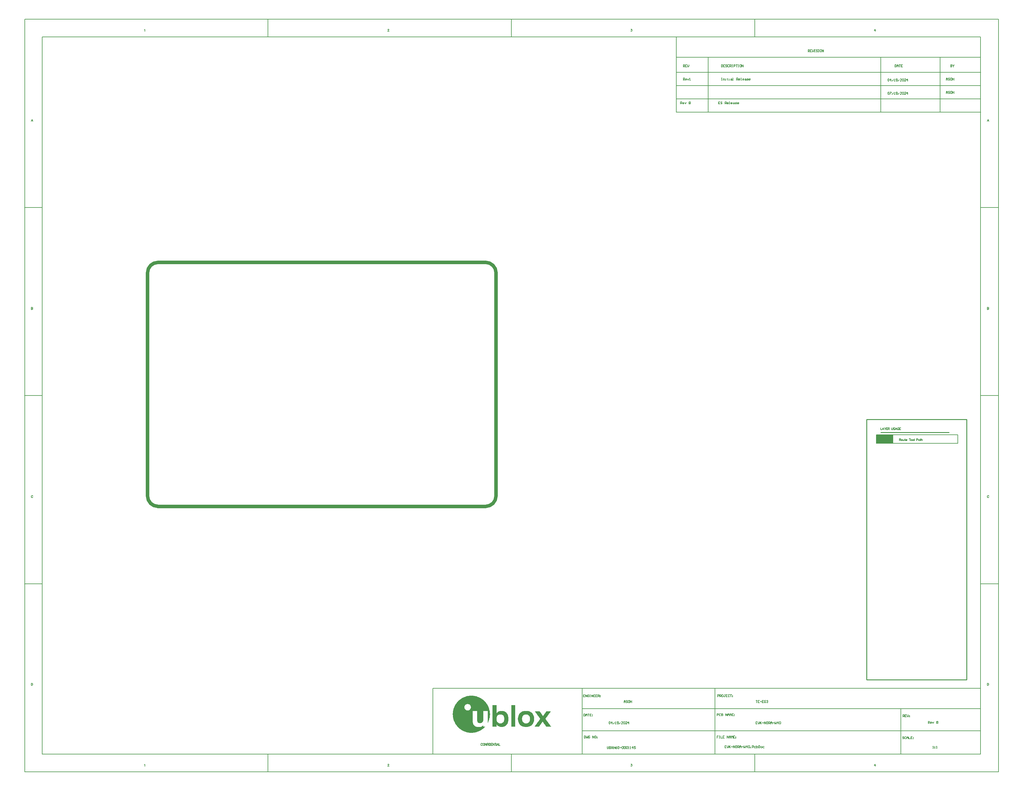
<source format=gm1>
G04*
G04 #@! TF.GenerationSoftware,Altium Limited,Altium Designer,24.5.2 (23)*
G04*
G04 Layer_Color=16711935*
%FSLAX44Y44*%
%MOMM*%
G71*
G04*
G04 #@! TF.SameCoordinates,92D1E149-34EC-4A89-AFD8-A094A270A496*
G04*
G04*
G04 #@! TF.FilePolarity,Positive*
G04*
G01*
G75*
%ADD10C,0.1270*%
%ADD12C,0.2000*%
%ADD14C,0.2540*%
%ADD16C,0.1500*%
%ADD21R,4.8260X2.4130*%
%ADD22C,1.0000*%
G36*
X931375Y-543270D02*
X935910D01*
Y-543724D01*
X938632D01*
Y-544178D01*
X940899D01*
Y-544631D01*
X942713D01*
Y-545085D01*
X944528D01*
Y-545538D01*
X945888D01*
Y-545992D01*
X947249D01*
Y-546445D01*
X948610D01*
Y-546899D01*
X949517D01*
Y-547352D01*
X950878D01*
Y-547806D01*
X951785D01*
Y-548260D01*
X952692D01*
Y-548713D01*
X953599D01*
Y-549167D01*
X954506D01*
Y-549620D01*
X955413D01*
Y-550074D01*
X955867D01*
Y-550527D01*
X956774D01*
Y-550981D01*
X957681D01*
Y-551435D01*
X958135D01*
Y-551888D01*
X959042D01*
Y-552342D01*
X959495D01*
Y-552795D01*
X960402D01*
Y-553249D01*
X960856D01*
Y-553702D01*
X961309D01*
Y-554156D01*
X962216D01*
Y-554609D01*
X962670D01*
Y-555063D01*
X963123D01*
Y-555517D01*
X963577D01*
Y-555970D01*
X964484D01*
Y-556424D01*
X964938D01*
Y-556877D01*
X965391D01*
Y-557331D01*
X965845D01*
Y-557784D01*
X966298D01*
Y-558238D01*
X966752D01*
Y-558691D01*
X967206D01*
Y-559145D01*
X967659D01*
Y-559599D01*
X968113D01*
Y-560052D01*
X968566D01*
Y-560506D01*
X969020D01*
Y-560959D01*
X969473D01*
Y-561413D01*
Y-561866D01*
X969927D01*
Y-562320D01*
X970380D01*
Y-562773D01*
X970834D01*
Y-563227D01*
X971288D01*
Y-563680D01*
Y-564134D01*
X971741D01*
Y-564588D01*
X972195D01*
Y-565041D01*
X972648D01*
Y-565495D01*
Y-565948D01*
X973102D01*
Y-566402D01*
X973555D01*
Y-566855D01*
Y-567309D01*
X974009D01*
Y-567762D01*
X974463D01*
Y-568216D01*
Y-568670D01*
X974916D01*
Y-569123D01*
X975370D01*
Y-569577D01*
Y-570030D01*
X975823D01*
Y-570484D01*
Y-570937D01*
X976277D01*
Y-571391D01*
Y-571844D01*
X976730D01*
Y-572298D01*
Y-572752D01*
X977184D01*
Y-573205D01*
Y-573659D01*
X977637D01*
Y-574112D01*
Y-574566D01*
X978091D01*
Y-575019D01*
Y-575473D01*
X978544D01*
Y-575927D01*
Y-576380D01*
Y-576834D01*
X978998D01*
Y-577287D01*
Y-577741D01*
X979452D01*
Y-578194D01*
Y-578648D01*
Y-579101D01*
X979905D01*
Y-579555D01*
Y-580009D01*
Y-580462D01*
X980359D01*
Y-580916D01*
Y-581369D01*
Y-581823D01*
Y-582276D01*
X980812D01*
Y-582730D01*
Y-583183D01*
Y-583637D01*
Y-584090D01*
X981266D01*
Y-584544D01*
Y-584998D01*
Y-585451D01*
Y-585905D01*
X981719D01*
Y-586358D01*
Y-586812D01*
Y-587265D01*
Y-587719D01*
Y-588172D01*
Y-588626D01*
Y-589080D01*
X982173D01*
Y-589533D01*
Y-589987D01*
Y-590440D01*
Y-590894D01*
Y-591347D01*
Y-591801D01*
Y-592254D01*
Y-592708D01*
Y-593162D01*
Y-593615D01*
Y-594069D01*
X982626D01*
Y-594522D01*
Y-594976D01*
Y-595429D01*
Y-595883D01*
Y-596337D01*
Y-596790D01*
Y-597244D01*
Y-597697D01*
Y-598151D01*
Y-598604D01*
X982173D01*
Y-599058D01*
Y-599511D01*
Y-599965D01*
Y-600419D01*
Y-600872D01*
Y-601326D01*
Y-601779D01*
Y-602233D01*
Y-602686D01*
Y-603140D01*
Y-603593D01*
X981719D01*
Y-604047D01*
Y-604501D01*
Y-604954D01*
Y-605408D01*
Y-605861D01*
Y-606315D01*
X981266D01*
Y-606768D01*
Y-607222D01*
Y-607675D01*
Y-608129D01*
Y-608583D01*
X980812D01*
Y-609036D01*
Y-609490D01*
Y-609943D01*
Y-610397D01*
X980359D01*
Y-610850D01*
Y-611304D01*
Y-611758D01*
Y-612211D01*
X979905D01*
Y-612665D01*
Y-613118D01*
Y-613572D01*
X979452D01*
Y-614025D01*
Y-614479D01*
X978998D01*
Y-614932D01*
Y-615386D01*
Y-615839D01*
X978544D01*
Y-616293D01*
Y-616747D01*
X978091D01*
Y-617200D01*
Y-617654D01*
Y-618107D01*
X977637D01*
Y-618561D01*
Y-619014D01*
X977184D01*
Y-619468D01*
Y-619921D01*
X976730D01*
Y-620375D01*
Y-620829D01*
X976277D01*
Y-621282D01*
Y-621736D01*
X975823D01*
Y-621282D01*
Y-620829D01*
Y-620375D01*
Y-619921D01*
Y-619468D01*
Y-619014D01*
Y-618561D01*
Y-618107D01*
Y-617654D01*
Y-617200D01*
Y-616747D01*
Y-616293D01*
Y-615839D01*
Y-615386D01*
Y-614932D01*
Y-614479D01*
Y-614025D01*
Y-613572D01*
Y-613118D01*
Y-612665D01*
Y-612211D01*
Y-611758D01*
Y-611304D01*
Y-610850D01*
Y-610397D01*
Y-609943D01*
Y-609490D01*
Y-609036D01*
Y-608583D01*
Y-608129D01*
Y-607675D01*
Y-607222D01*
Y-606768D01*
Y-606315D01*
Y-605861D01*
Y-605408D01*
Y-604954D01*
Y-604501D01*
Y-604047D01*
Y-603593D01*
Y-603140D01*
Y-602686D01*
Y-602233D01*
Y-601779D01*
Y-601326D01*
Y-600872D01*
Y-600419D01*
Y-599965D01*
Y-599511D01*
Y-599058D01*
Y-598604D01*
Y-598151D01*
Y-597697D01*
Y-597244D01*
Y-596790D01*
Y-596337D01*
Y-595883D01*
Y-595429D01*
Y-594976D01*
Y-594522D01*
Y-594069D01*
Y-593615D01*
Y-593162D01*
Y-592708D01*
Y-592254D01*
Y-591801D01*
Y-591347D01*
Y-590894D01*
Y-590440D01*
Y-589987D01*
Y-589533D01*
Y-589080D01*
Y-588626D01*
Y-588172D01*
Y-587719D01*
Y-587265D01*
X963123D01*
Y-587719D01*
Y-588172D01*
Y-588626D01*
Y-589080D01*
Y-589533D01*
Y-589987D01*
Y-590440D01*
Y-590894D01*
Y-591347D01*
Y-591801D01*
Y-592254D01*
Y-592708D01*
Y-593162D01*
Y-593615D01*
Y-594069D01*
Y-594522D01*
Y-594976D01*
Y-595429D01*
Y-595883D01*
Y-596337D01*
Y-596790D01*
Y-597244D01*
Y-597697D01*
Y-598151D01*
Y-598604D01*
Y-599058D01*
Y-599511D01*
Y-599965D01*
Y-600419D01*
Y-600872D01*
Y-601326D01*
Y-601779D01*
Y-602233D01*
Y-602686D01*
Y-603140D01*
Y-603593D01*
Y-604047D01*
Y-604501D01*
Y-604954D01*
Y-605408D01*
Y-605861D01*
Y-606315D01*
Y-606768D01*
Y-607222D01*
Y-607675D01*
Y-608129D01*
Y-608583D01*
Y-609036D01*
Y-609490D01*
Y-609943D01*
Y-610397D01*
Y-610850D01*
Y-611304D01*
Y-611758D01*
Y-612211D01*
Y-612665D01*
Y-613118D01*
Y-613572D01*
Y-614025D01*
Y-614479D01*
Y-614932D01*
X962670D01*
Y-615386D01*
Y-615839D01*
Y-616293D01*
Y-616747D01*
X962216D01*
Y-617200D01*
Y-617654D01*
X961763D01*
Y-618107D01*
Y-618561D01*
X961309D01*
Y-619014D01*
X960856D01*
Y-619468D01*
X960402D01*
Y-619921D01*
X959949D01*
Y-620375D01*
X959495D01*
Y-620829D01*
X958588D01*
Y-621282D01*
X957227D01*
Y-621736D01*
X950878D01*
Y-621282D01*
X949517D01*
Y-620829D01*
X948610D01*
Y-620375D01*
X948156D01*
Y-619921D01*
X947703D01*
Y-619468D01*
X947249D01*
Y-619014D01*
Y-618561D01*
X946796D01*
Y-618107D01*
Y-617654D01*
X946342D01*
Y-617200D01*
Y-616747D01*
Y-616293D01*
Y-615839D01*
X945888D01*
Y-615386D01*
Y-614932D01*
Y-614479D01*
Y-614025D01*
Y-613572D01*
Y-613118D01*
Y-612665D01*
Y-612211D01*
Y-611758D01*
Y-611304D01*
Y-610850D01*
Y-610397D01*
Y-609943D01*
Y-609490D01*
Y-609036D01*
Y-608583D01*
Y-608129D01*
Y-607675D01*
Y-607222D01*
Y-606768D01*
Y-606315D01*
Y-605861D01*
Y-605408D01*
Y-604954D01*
Y-604501D01*
Y-604047D01*
Y-603593D01*
Y-603140D01*
Y-602686D01*
Y-602233D01*
Y-601779D01*
Y-601326D01*
Y-600872D01*
Y-600419D01*
Y-599965D01*
Y-599511D01*
Y-599058D01*
Y-598604D01*
Y-598151D01*
Y-597697D01*
Y-597244D01*
Y-596790D01*
Y-596337D01*
Y-595883D01*
Y-595429D01*
Y-594976D01*
Y-594522D01*
Y-594069D01*
Y-593615D01*
Y-593162D01*
Y-592708D01*
Y-592254D01*
Y-591801D01*
Y-591347D01*
Y-590894D01*
Y-590440D01*
Y-589987D01*
Y-589533D01*
Y-589080D01*
Y-588626D01*
Y-588172D01*
Y-587719D01*
Y-587265D01*
X933189D01*
Y-587719D01*
Y-588172D01*
Y-588626D01*
Y-589080D01*
Y-589533D01*
Y-589987D01*
Y-590440D01*
Y-590894D01*
Y-591347D01*
Y-591801D01*
Y-592254D01*
Y-592708D01*
Y-593162D01*
Y-593615D01*
Y-594069D01*
Y-594522D01*
Y-594976D01*
Y-595429D01*
Y-595883D01*
Y-596337D01*
Y-596790D01*
Y-597244D01*
Y-597697D01*
Y-598151D01*
Y-598604D01*
Y-599058D01*
Y-599511D01*
Y-599965D01*
Y-600419D01*
Y-600872D01*
Y-601326D01*
Y-601779D01*
Y-602233D01*
Y-602686D01*
Y-603140D01*
Y-603593D01*
Y-604047D01*
Y-604501D01*
Y-604954D01*
Y-605408D01*
Y-605861D01*
Y-606315D01*
Y-606768D01*
Y-607222D01*
Y-607675D01*
Y-608129D01*
Y-608583D01*
Y-609036D01*
Y-609490D01*
Y-609943D01*
Y-610397D01*
Y-610850D01*
Y-611304D01*
Y-611758D01*
Y-612211D01*
Y-612665D01*
Y-613118D01*
Y-613572D01*
Y-614025D01*
Y-614479D01*
Y-614932D01*
Y-615386D01*
Y-615839D01*
Y-616293D01*
Y-616747D01*
Y-617200D01*
Y-617654D01*
Y-618107D01*
Y-618561D01*
Y-619014D01*
Y-619468D01*
Y-619921D01*
Y-620375D01*
X933642D01*
Y-620829D01*
Y-621282D01*
Y-621736D01*
Y-622189D01*
X934096D01*
Y-622643D01*
Y-623096D01*
Y-623550D01*
X934549D01*
Y-624003D01*
Y-624457D01*
Y-624911D01*
X935003D01*
Y-625364D01*
Y-625818D01*
X935457D01*
Y-626271D01*
X935910D01*
Y-626725D01*
Y-627178D01*
X936364D01*
Y-627632D01*
X936817D01*
Y-628086D01*
X937271D01*
Y-628539D01*
X937724D01*
Y-628993D01*
X938178D01*
Y-629446D01*
X938632D01*
Y-629900D01*
X939539D01*
Y-630353D01*
X939992D01*
Y-630807D01*
X940899D01*
Y-631260D01*
X941806D01*
Y-631714D01*
X942713D01*
Y-632168D01*
X944074D01*
Y-632621D01*
X945888D01*
Y-633075D01*
X954960D01*
Y-632621D01*
X956774D01*
Y-632168D01*
X957681D01*
Y-631714D01*
X959042D01*
Y-631260D01*
X959495D01*
Y-630807D01*
X960402D01*
Y-630353D01*
X960856D01*
Y-629900D01*
X961309D01*
Y-629446D01*
X962216D01*
Y-628993D01*
X962670D01*
Y-628539D01*
X963123D01*
Y-628086D01*
Y-627632D01*
X963577D01*
Y-628086D01*
Y-628539D01*
Y-628993D01*
Y-629446D01*
Y-629900D01*
Y-630353D01*
Y-630807D01*
Y-631260D01*
Y-631714D01*
Y-632168D01*
X968566D01*
Y-632621D01*
X968113D01*
Y-633075D01*
X967659D01*
Y-633528D01*
X967206D01*
Y-633982D01*
X966752D01*
Y-634435D01*
X966298D01*
Y-634889D01*
X965845D01*
Y-635342D01*
X965391D01*
Y-635796D01*
X964938D01*
Y-636250D01*
X964031D01*
Y-636703D01*
X963577D01*
Y-637157D01*
X963123D01*
Y-637610D01*
X962670D01*
Y-638064D01*
X961763D01*
Y-638517D01*
X961309D01*
Y-638971D01*
X960856D01*
Y-639424D01*
X959949D01*
Y-639878D01*
X959495D01*
Y-640331D01*
X958588D01*
Y-640785D01*
X958135D01*
Y-641239D01*
X957227D01*
Y-641692D01*
X956774D01*
Y-642146D01*
X955867D01*
Y-642599D01*
X954960D01*
Y-643053D01*
X954052D01*
Y-643506D01*
X953599D01*
Y-643960D01*
X952692D01*
Y-644414D01*
X951331D01*
Y-644867D01*
X950424D01*
Y-645321D01*
X949517D01*
Y-645774D01*
X948156D01*
Y-646228D01*
X947249D01*
Y-646681D01*
X945888D01*
Y-647135D01*
X944074D01*
Y-647588D01*
X942713D01*
Y-648042D01*
X940899D01*
Y-648495D01*
X938178D01*
Y-648949D01*
X935003D01*
Y-649403D01*
X923211D01*
Y-648949D01*
X920036D01*
Y-648495D01*
X917768D01*
Y-648042D01*
X915954D01*
Y-647588D01*
X914139D01*
Y-647135D01*
X912779D01*
Y-646681D01*
X911418D01*
Y-646228D01*
X910058D01*
Y-645774D01*
X909150D01*
Y-645321D01*
X907790D01*
Y-644867D01*
X906883D01*
Y-644414D01*
X905975D01*
Y-643960D01*
X905068D01*
Y-643506D01*
X904161D01*
Y-643053D01*
X903254D01*
Y-642599D01*
X902347D01*
Y-642146D01*
X901893D01*
Y-641692D01*
X900986D01*
Y-641239D01*
X900079D01*
Y-640785D01*
X899626D01*
Y-640331D01*
X898719D01*
Y-639878D01*
X898265D01*
Y-639424D01*
X897812D01*
Y-638971D01*
X896904D01*
Y-638517D01*
X896451D01*
Y-638064D01*
X895997D01*
Y-637610D01*
X895090D01*
Y-637157D01*
X894637D01*
Y-636703D01*
X894183D01*
Y-636250D01*
X893729D01*
Y-635796D01*
X893276D01*
Y-635342D01*
X892822D01*
Y-634889D01*
X892369D01*
Y-634435D01*
X891915D01*
Y-633982D01*
X891462D01*
Y-633528D01*
X891008D01*
Y-633075D01*
X890555D01*
Y-632621D01*
X890101D01*
Y-632168D01*
X889648D01*
Y-631714D01*
X889194D01*
Y-631260D01*
X888740D01*
Y-630807D01*
X888287D01*
Y-630353D01*
X887833D01*
Y-629900D01*
Y-629446D01*
X887380D01*
Y-628993D01*
X886926D01*
Y-628539D01*
X886473D01*
Y-628086D01*
X886019D01*
Y-627632D01*
Y-627178D01*
X885565D01*
Y-626725D01*
X885112D01*
Y-626271D01*
Y-625818D01*
X884658D01*
Y-625364D01*
X884205D01*
Y-624911D01*
Y-624457D01*
X883751D01*
Y-624003D01*
X883298D01*
Y-623550D01*
Y-623096D01*
X882844D01*
Y-622643D01*
Y-622189D01*
X882391D01*
Y-621736D01*
Y-621282D01*
X881937D01*
Y-620829D01*
Y-620375D01*
X881484D01*
Y-619921D01*
Y-619468D01*
X881030D01*
Y-619014D01*
Y-618561D01*
X880576D01*
Y-618107D01*
Y-617654D01*
X880123D01*
Y-617200D01*
Y-616747D01*
X879669D01*
Y-616293D01*
Y-615839D01*
Y-615386D01*
X879216D01*
Y-614932D01*
Y-614479D01*
Y-614025D01*
X878762D01*
Y-613572D01*
Y-613118D01*
X878309D01*
Y-612665D01*
Y-612211D01*
Y-611758D01*
Y-611304D01*
X877855D01*
Y-610850D01*
Y-610397D01*
Y-609943D01*
X877402D01*
Y-609490D01*
Y-609036D01*
Y-608583D01*
Y-608129D01*
X876948D01*
Y-607675D01*
Y-607222D01*
Y-606768D01*
Y-606315D01*
Y-605861D01*
X876494D01*
Y-605408D01*
Y-604954D01*
Y-604501D01*
Y-604047D01*
Y-603593D01*
Y-603140D01*
Y-602686D01*
X876041D01*
Y-602233D01*
Y-601779D01*
Y-601326D01*
Y-600872D01*
Y-600419D01*
Y-599965D01*
Y-599511D01*
Y-599058D01*
Y-598604D01*
Y-598151D01*
X875587D01*
Y-597697D01*
Y-597244D01*
Y-596790D01*
Y-596337D01*
Y-595883D01*
Y-595429D01*
Y-594976D01*
Y-594522D01*
Y-594069D01*
X876041D01*
Y-593615D01*
Y-593162D01*
Y-592708D01*
Y-592254D01*
Y-591801D01*
Y-591347D01*
Y-590894D01*
Y-590440D01*
Y-589987D01*
X876494D01*
Y-589533D01*
Y-589080D01*
Y-588626D01*
Y-588172D01*
Y-587719D01*
Y-587265D01*
Y-586812D01*
X876948D01*
Y-586358D01*
Y-585905D01*
Y-585451D01*
Y-584998D01*
Y-584544D01*
X877402D01*
Y-584090D01*
Y-583637D01*
Y-583183D01*
Y-582730D01*
X877855D01*
Y-582276D01*
Y-581823D01*
Y-581369D01*
Y-580916D01*
X878309D01*
Y-580462D01*
Y-580009D01*
Y-579555D01*
X878762D01*
Y-579101D01*
Y-578648D01*
Y-578194D01*
X879216D01*
Y-577741D01*
Y-577287D01*
X879669D01*
Y-576834D01*
Y-576380D01*
Y-575927D01*
X880123D01*
Y-575473D01*
Y-575019D01*
X880576D01*
Y-574566D01*
Y-574112D01*
Y-573659D01*
X881030D01*
Y-573205D01*
Y-572752D01*
X881484D01*
Y-572298D01*
Y-571844D01*
X881937D01*
Y-571391D01*
Y-570937D01*
X882391D01*
Y-570484D01*
X882844D01*
Y-570030D01*
Y-569577D01*
X883298D01*
Y-569123D01*
Y-568670D01*
X883751D01*
Y-568216D01*
X884205D01*
Y-567762D01*
Y-567309D01*
X884658D01*
Y-566855D01*
X885112D01*
Y-566402D01*
Y-565948D01*
X885565D01*
Y-565495D01*
X886019D01*
Y-565041D01*
Y-564588D01*
X886473D01*
Y-564134D01*
X886926D01*
Y-563680D01*
X887380D01*
Y-563227D01*
Y-562773D01*
X887833D01*
Y-562320D01*
X888287D01*
Y-561866D01*
X888740D01*
Y-561413D01*
X889194D01*
Y-560959D01*
X889648D01*
Y-560506D01*
X890101D01*
Y-560052D01*
X890555D01*
Y-559599D01*
Y-559145D01*
X891008D01*
Y-558691D01*
X891462D01*
Y-558238D01*
X891915D01*
Y-557784D01*
X892822D01*
Y-557331D01*
X893276D01*
Y-556877D01*
X893729D01*
Y-556424D01*
X894183D01*
Y-555970D01*
X894637D01*
Y-555517D01*
X895090D01*
Y-555063D01*
X895544D01*
Y-554609D01*
X896451D01*
Y-554156D01*
X896904D01*
Y-553702D01*
X897358D01*
Y-553249D01*
X898265D01*
Y-552795D01*
X898719D01*
Y-552342D01*
X899626D01*
Y-551888D01*
X900079D01*
Y-551435D01*
X900986D01*
Y-550981D01*
X901440D01*
Y-550527D01*
X902347D01*
Y-550074D01*
X903254D01*
Y-549620D01*
X903708D01*
Y-549167D01*
X905068D01*
Y-548713D01*
X905975D01*
Y-548260D01*
X906883D01*
Y-547806D01*
X907790D01*
Y-547352D01*
X908697D01*
Y-546899D01*
X910058D01*
Y-546445D01*
X910965D01*
Y-545992D01*
X912325D01*
Y-545538D01*
X913686D01*
Y-545085D01*
X915500D01*
Y-544631D01*
X917314D01*
Y-544178D01*
X919582D01*
Y-543724D01*
X922757D01*
Y-543270D01*
X927293D01*
Y-542817D01*
X931375D01*
Y-543270D01*
D02*
G37*
G36*
X1001676Y-570484D02*
Y-570937D01*
Y-571391D01*
Y-571844D01*
Y-572298D01*
Y-572752D01*
Y-573205D01*
Y-573659D01*
Y-574112D01*
Y-574566D01*
Y-575019D01*
Y-575473D01*
Y-575927D01*
Y-576380D01*
Y-576834D01*
Y-577287D01*
Y-577741D01*
Y-578194D01*
Y-578648D01*
Y-579101D01*
Y-579555D01*
Y-580009D01*
Y-580462D01*
Y-580916D01*
Y-581369D01*
Y-581823D01*
Y-582276D01*
Y-582730D01*
Y-583183D01*
Y-583637D01*
Y-584090D01*
Y-584544D01*
Y-584998D01*
Y-585451D01*
Y-585905D01*
Y-586358D01*
Y-586812D01*
Y-587265D01*
Y-587719D01*
Y-588172D01*
Y-588626D01*
Y-589080D01*
Y-589533D01*
Y-589987D01*
Y-590440D01*
Y-590894D01*
Y-591347D01*
Y-591801D01*
Y-592254D01*
Y-592708D01*
X1002583D01*
Y-592254D01*
X1003036D01*
Y-591801D01*
X1003490D01*
Y-591347D01*
X1003944D01*
Y-590894D01*
X1004397D01*
Y-590440D01*
X1004851D01*
Y-589987D01*
X1005304D01*
Y-589533D01*
X1006211D01*
Y-589080D01*
X1006665D01*
Y-588626D01*
X1007572D01*
Y-588172D01*
X1008479D01*
Y-587719D01*
X1009840D01*
Y-587265D01*
X1011654D01*
Y-586812D01*
X1020272D01*
Y-587265D01*
X1022086D01*
Y-587719D01*
X1023447D01*
Y-588172D01*
X1024807D01*
Y-588626D01*
X1025714D01*
Y-589080D01*
X1026168D01*
Y-589533D01*
X1027075D01*
Y-589987D01*
X1027529D01*
Y-590440D01*
X1028436D01*
Y-590894D01*
X1028889D01*
Y-591347D01*
X1029343D01*
Y-591801D01*
X1029796D01*
Y-592254D01*
X1030250D01*
Y-592708D01*
X1030703D01*
Y-593162D01*
Y-593615D01*
X1031157D01*
Y-594069D01*
X1031610D01*
Y-594522D01*
X1032064D01*
Y-594976D01*
Y-595429D01*
X1032518D01*
Y-595883D01*
Y-596337D01*
X1032971D01*
Y-596790D01*
Y-597244D01*
X1033425D01*
Y-597697D01*
Y-598151D01*
X1033878D01*
Y-598604D01*
Y-599058D01*
Y-599511D01*
X1034332D01*
Y-599965D01*
Y-600419D01*
Y-600872D01*
Y-601326D01*
X1034785D01*
Y-601779D01*
Y-602233D01*
Y-602686D01*
Y-603140D01*
Y-603593D01*
X1035239D01*
Y-604047D01*
Y-604501D01*
Y-604954D01*
Y-605408D01*
Y-605861D01*
Y-606315D01*
Y-606768D01*
Y-607222D01*
Y-607675D01*
X1035693D01*
Y-608129D01*
X1035239D01*
Y-608583D01*
Y-609036D01*
Y-609490D01*
Y-609943D01*
Y-610397D01*
Y-610850D01*
Y-611304D01*
Y-611758D01*
Y-612211D01*
Y-612665D01*
Y-613118D01*
Y-613572D01*
Y-614025D01*
Y-614479D01*
Y-614932D01*
Y-615386D01*
Y-615839D01*
X1034785D01*
Y-616293D01*
Y-616747D01*
Y-617200D01*
Y-617654D01*
Y-618107D01*
X1034332D01*
Y-618561D01*
Y-619014D01*
Y-619468D01*
X1033878D01*
Y-619921D01*
Y-620375D01*
Y-620829D01*
X1033425D01*
Y-621282D01*
Y-621736D01*
Y-622189D01*
X1032971D01*
Y-622643D01*
Y-623096D01*
X1032518D01*
Y-623550D01*
Y-624003D01*
X1032064D01*
Y-624457D01*
X1031610D01*
Y-624911D01*
Y-625364D01*
X1031157D01*
Y-625818D01*
X1030703D01*
Y-626271D01*
X1030250D01*
Y-626725D01*
X1029796D01*
Y-627178D01*
Y-627632D01*
X1028889D01*
Y-628086D01*
X1028436D01*
Y-628539D01*
X1027982D01*
Y-628993D01*
X1027529D01*
Y-629446D01*
X1026621D01*
Y-629900D01*
X1026168D01*
Y-630353D01*
X1025261D01*
Y-630807D01*
X1024354D01*
Y-631260D01*
X1023447D01*
Y-631714D01*
X1022086D01*
Y-632168D01*
X1019818D01*
Y-632621D01*
X1012108D01*
Y-632168D01*
X1009840D01*
Y-631714D01*
X1008933D01*
Y-631260D01*
X1007572D01*
Y-630807D01*
X1007119D01*
Y-630353D01*
X1006211D01*
Y-629900D01*
X1005758D01*
Y-629446D01*
X1004851D01*
Y-628993D01*
X1004397D01*
Y-628539D01*
X1003944D01*
Y-628086D01*
X1003490D01*
Y-627632D01*
X1003036D01*
Y-627178D01*
X1002583D01*
Y-626725D01*
X1002129D01*
Y-626271D01*
Y-625818D01*
X1001222D01*
Y-626271D01*
Y-626725D01*
Y-627178D01*
Y-627632D01*
Y-628086D01*
Y-628539D01*
Y-628993D01*
Y-629446D01*
Y-629900D01*
Y-630353D01*
Y-630807D01*
Y-631260D01*
Y-631714D01*
X989883D01*
Y-631260D01*
Y-630807D01*
Y-630353D01*
Y-629900D01*
Y-629446D01*
Y-628993D01*
Y-628539D01*
Y-628086D01*
Y-627632D01*
Y-627178D01*
Y-626725D01*
Y-626271D01*
Y-625818D01*
Y-625364D01*
Y-624911D01*
Y-624457D01*
Y-624003D01*
Y-623550D01*
Y-623096D01*
Y-622643D01*
Y-622189D01*
Y-621736D01*
Y-621282D01*
Y-620829D01*
Y-620375D01*
Y-619921D01*
Y-619468D01*
Y-619014D01*
Y-618561D01*
Y-618107D01*
Y-617654D01*
Y-617200D01*
Y-616747D01*
Y-616293D01*
Y-615839D01*
Y-615386D01*
Y-614932D01*
Y-614479D01*
Y-614025D01*
Y-613572D01*
Y-613118D01*
Y-612665D01*
Y-612211D01*
Y-611758D01*
Y-611304D01*
Y-610850D01*
Y-610397D01*
Y-609943D01*
Y-609490D01*
Y-609036D01*
Y-608583D01*
Y-608129D01*
Y-607675D01*
Y-607222D01*
Y-606768D01*
Y-606315D01*
Y-605861D01*
Y-605408D01*
Y-604954D01*
Y-604501D01*
Y-604047D01*
Y-603593D01*
Y-603140D01*
Y-602686D01*
Y-602233D01*
Y-601779D01*
Y-601326D01*
Y-600872D01*
Y-600419D01*
Y-599965D01*
Y-599511D01*
Y-599058D01*
Y-598604D01*
Y-598151D01*
Y-597697D01*
Y-597244D01*
Y-596790D01*
Y-596337D01*
Y-595883D01*
Y-595429D01*
Y-594976D01*
Y-594522D01*
Y-594069D01*
Y-593615D01*
Y-593162D01*
Y-592708D01*
Y-592254D01*
Y-591801D01*
Y-591347D01*
Y-590894D01*
Y-590440D01*
Y-589987D01*
Y-589533D01*
Y-589080D01*
Y-588626D01*
Y-588172D01*
Y-587719D01*
Y-587265D01*
Y-586812D01*
Y-586358D01*
Y-585905D01*
Y-585451D01*
Y-584998D01*
Y-584544D01*
Y-584090D01*
Y-583637D01*
Y-583183D01*
Y-582730D01*
Y-582276D01*
Y-581823D01*
Y-581369D01*
Y-580916D01*
Y-580462D01*
Y-580009D01*
Y-579555D01*
Y-579101D01*
Y-578648D01*
Y-578194D01*
Y-577741D01*
Y-577287D01*
Y-576834D01*
Y-576380D01*
Y-575927D01*
Y-575473D01*
Y-575019D01*
Y-574566D01*
Y-574112D01*
Y-573659D01*
Y-573205D01*
Y-572752D01*
Y-572298D01*
Y-571844D01*
Y-571391D01*
Y-570937D01*
Y-570484D01*
Y-570030D01*
X1001676D01*
Y-570484D01*
D02*
G37*
G36*
X1055195D02*
Y-570937D01*
Y-571391D01*
Y-571844D01*
Y-572298D01*
Y-572752D01*
Y-573205D01*
Y-573659D01*
Y-574112D01*
Y-574566D01*
Y-575019D01*
Y-575473D01*
Y-575927D01*
Y-576380D01*
Y-576834D01*
Y-577287D01*
Y-577741D01*
Y-578194D01*
Y-578648D01*
Y-579101D01*
Y-579555D01*
Y-580009D01*
Y-580462D01*
Y-580916D01*
Y-581369D01*
Y-581823D01*
Y-582276D01*
Y-582730D01*
Y-583183D01*
Y-583637D01*
Y-584090D01*
Y-584544D01*
Y-584998D01*
Y-585451D01*
Y-585905D01*
Y-586358D01*
Y-586812D01*
Y-587265D01*
Y-587719D01*
Y-588172D01*
Y-588626D01*
Y-589080D01*
Y-589533D01*
Y-589987D01*
Y-590440D01*
Y-590894D01*
Y-591347D01*
Y-591801D01*
Y-592254D01*
Y-592708D01*
Y-593162D01*
Y-593615D01*
Y-594069D01*
Y-594522D01*
Y-594976D01*
Y-595429D01*
Y-595883D01*
Y-596337D01*
Y-596790D01*
Y-597244D01*
Y-597697D01*
Y-598151D01*
Y-598604D01*
Y-599058D01*
Y-599511D01*
Y-599965D01*
Y-600419D01*
Y-600872D01*
Y-601326D01*
Y-601779D01*
Y-602233D01*
Y-602686D01*
Y-603140D01*
Y-603593D01*
Y-604047D01*
Y-604501D01*
Y-604954D01*
Y-605408D01*
Y-605861D01*
Y-606315D01*
Y-606768D01*
Y-607222D01*
Y-607675D01*
Y-608129D01*
Y-608583D01*
Y-609036D01*
Y-609490D01*
Y-609943D01*
Y-610397D01*
Y-610850D01*
Y-611304D01*
Y-611758D01*
Y-612211D01*
Y-612665D01*
Y-613118D01*
Y-613572D01*
Y-614025D01*
Y-614479D01*
Y-614932D01*
Y-615386D01*
Y-615839D01*
Y-616293D01*
Y-616747D01*
Y-617200D01*
Y-617654D01*
Y-618107D01*
Y-618561D01*
Y-619014D01*
Y-619468D01*
Y-619921D01*
Y-620375D01*
Y-620829D01*
Y-621282D01*
Y-621736D01*
Y-622189D01*
Y-622643D01*
Y-623096D01*
Y-623550D01*
Y-624003D01*
Y-624457D01*
Y-624911D01*
Y-625364D01*
Y-625818D01*
Y-626271D01*
Y-626725D01*
Y-627178D01*
Y-627632D01*
Y-628086D01*
Y-628539D01*
Y-628993D01*
Y-629446D01*
Y-629900D01*
Y-630353D01*
Y-630807D01*
Y-631260D01*
Y-631714D01*
X1043857D01*
Y-631260D01*
Y-630807D01*
Y-630353D01*
Y-629900D01*
Y-629446D01*
Y-628993D01*
Y-628539D01*
Y-628086D01*
Y-627632D01*
Y-627178D01*
Y-626725D01*
Y-626271D01*
Y-625818D01*
Y-625364D01*
Y-624911D01*
Y-624457D01*
Y-624003D01*
Y-623550D01*
Y-623096D01*
Y-622643D01*
Y-622189D01*
Y-621736D01*
Y-621282D01*
Y-620829D01*
Y-620375D01*
Y-619921D01*
Y-619468D01*
Y-619014D01*
Y-618561D01*
Y-618107D01*
Y-617654D01*
Y-617200D01*
Y-616747D01*
Y-616293D01*
Y-615839D01*
Y-615386D01*
Y-614932D01*
Y-614479D01*
Y-614025D01*
Y-613572D01*
Y-613118D01*
Y-612665D01*
Y-612211D01*
Y-611758D01*
Y-611304D01*
Y-610850D01*
Y-610397D01*
Y-609943D01*
Y-609490D01*
Y-609036D01*
Y-608583D01*
Y-608129D01*
Y-607675D01*
Y-607222D01*
Y-606768D01*
Y-606315D01*
Y-605861D01*
Y-605408D01*
Y-604954D01*
Y-604501D01*
Y-604047D01*
Y-603593D01*
Y-603140D01*
Y-602686D01*
Y-602233D01*
Y-601779D01*
Y-601326D01*
Y-600872D01*
Y-600419D01*
Y-599965D01*
Y-599511D01*
Y-599058D01*
Y-598604D01*
Y-598151D01*
Y-597697D01*
Y-597244D01*
Y-596790D01*
Y-596337D01*
Y-595883D01*
Y-595429D01*
Y-594976D01*
Y-594522D01*
Y-594069D01*
Y-593615D01*
Y-593162D01*
Y-592708D01*
Y-592254D01*
Y-591801D01*
Y-591347D01*
Y-590894D01*
Y-590440D01*
Y-589987D01*
Y-589533D01*
Y-589080D01*
Y-588626D01*
Y-588172D01*
Y-587719D01*
Y-587265D01*
Y-586812D01*
Y-586358D01*
Y-585905D01*
Y-585451D01*
Y-584998D01*
Y-584544D01*
Y-584090D01*
Y-583637D01*
Y-583183D01*
Y-582730D01*
Y-582276D01*
Y-581823D01*
Y-581369D01*
Y-580916D01*
Y-580462D01*
Y-580009D01*
Y-579555D01*
Y-579101D01*
Y-578648D01*
Y-578194D01*
Y-577741D01*
Y-577287D01*
Y-576834D01*
Y-576380D01*
Y-575927D01*
Y-575473D01*
Y-575019D01*
Y-574566D01*
Y-574112D01*
Y-573659D01*
Y-573205D01*
Y-572752D01*
Y-572298D01*
Y-571844D01*
Y-571391D01*
Y-570937D01*
Y-570484D01*
Y-570030D01*
X1055195D01*
Y-570484D01*
D02*
G37*
G36*
X1091480Y-587265D02*
X1093748D01*
Y-587719D01*
X1095108D01*
Y-588172D01*
X1096469D01*
Y-588626D01*
X1097376D01*
Y-589080D01*
X1098283D01*
Y-589533D01*
X1099190D01*
Y-589987D01*
X1100098D01*
Y-590440D01*
X1100551D01*
Y-590894D01*
X1101458D01*
Y-591347D01*
X1101912D01*
Y-591801D01*
X1102365D01*
Y-592254D01*
X1102819D01*
Y-592708D01*
X1103272D01*
Y-593162D01*
X1103726D01*
Y-593615D01*
X1104180D01*
Y-594069D01*
X1104633D01*
Y-594522D01*
X1105087D01*
Y-594976D01*
Y-595429D01*
X1105540D01*
Y-595883D01*
X1105994D01*
Y-596337D01*
Y-596790D01*
X1106447D01*
Y-597244D01*
Y-597697D01*
X1106901D01*
Y-598151D01*
Y-598604D01*
X1107354D01*
Y-599058D01*
Y-599511D01*
X1107808D01*
Y-599965D01*
Y-600419D01*
Y-600872D01*
X1108261D01*
Y-601326D01*
Y-601779D01*
Y-602233D01*
Y-602686D01*
Y-603140D01*
X1108715D01*
Y-603593D01*
Y-604047D01*
Y-604501D01*
Y-604954D01*
Y-605408D01*
Y-605861D01*
Y-606315D01*
X1109169D01*
Y-606768D01*
Y-607222D01*
Y-607675D01*
Y-608129D01*
Y-608583D01*
Y-609036D01*
Y-609490D01*
Y-609943D01*
Y-610397D01*
Y-610850D01*
Y-611304D01*
Y-611758D01*
Y-612211D01*
Y-612665D01*
Y-613118D01*
X1108715D01*
Y-613572D01*
Y-614025D01*
Y-614479D01*
Y-614932D01*
Y-615386D01*
Y-615839D01*
Y-616293D01*
X1108261D01*
Y-616747D01*
Y-617200D01*
Y-617654D01*
Y-618107D01*
X1107808D01*
Y-618561D01*
Y-619014D01*
Y-619468D01*
X1107354D01*
Y-619921D01*
Y-620375D01*
Y-620829D01*
X1106901D01*
Y-621282D01*
Y-621736D01*
X1106447D01*
Y-622189D01*
Y-622643D01*
X1105994D01*
Y-623096D01*
Y-623550D01*
X1105540D01*
Y-624003D01*
X1105087D01*
Y-624457D01*
X1104633D01*
Y-624911D01*
Y-625364D01*
X1104180D01*
Y-625818D01*
X1103726D01*
Y-626271D01*
X1103272D01*
Y-626725D01*
X1102819D01*
Y-627178D01*
X1102365D01*
Y-627632D01*
X1101912D01*
Y-628086D01*
X1101005D01*
Y-628539D01*
X1100551D01*
Y-628993D01*
X1099644D01*
Y-629446D01*
X1099190D01*
Y-629900D01*
X1098283D01*
Y-630353D01*
X1097376D01*
Y-630807D01*
X1096015D01*
Y-631260D01*
X1094655D01*
Y-631714D01*
X1093294D01*
Y-632168D01*
X1091026D01*
Y-632621D01*
X1081502D01*
Y-632168D01*
X1078780D01*
Y-631714D01*
X1076966D01*
Y-631260D01*
X1076059D01*
Y-630807D01*
X1074698D01*
Y-630353D01*
X1073791D01*
Y-629900D01*
X1072884D01*
Y-629446D01*
X1072430D01*
Y-628993D01*
X1071523D01*
Y-628539D01*
X1071070D01*
Y-628086D01*
X1070163D01*
Y-627632D01*
X1069709D01*
Y-627178D01*
X1069256D01*
Y-626725D01*
X1068802D01*
Y-626271D01*
X1068348D01*
Y-625818D01*
X1067895D01*
Y-625364D01*
X1067441D01*
Y-624911D01*
Y-624457D01*
X1066988D01*
Y-624003D01*
X1066534D01*
Y-623550D01*
X1066081D01*
Y-623096D01*
Y-622643D01*
X1065627D01*
Y-622189D01*
Y-621736D01*
X1065174D01*
Y-621282D01*
Y-620829D01*
X1064720D01*
Y-620375D01*
Y-619921D01*
Y-619468D01*
X1064267D01*
Y-619014D01*
Y-618561D01*
Y-618107D01*
X1063813D01*
Y-617654D01*
Y-617200D01*
Y-616747D01*
Y-616293D01*
X1063359D01*
Y-615839D01*
Y-615386D01*
Y-614932D01*
Y-614479D01*
Y-614025D01*
Y-613572D01*
Y-613118D01*
Y-612665D01*
X1062906D01*
Y-612211D01*
Y-611758D01*
Y-611304D01*
Y-610850D01*
Y-610397D01*
Y-609943D01*
Y-609490D01*
Y-609036D01*
Y-608583D01*
Y-608129D01*
Y-607675D01*
Y-607222D01*
Y-606768D01*
X1063359D01*
Y-606315D01*
Y-605861D01*
Y-605408D01*
Y-604954D01*
Y-604501D01*
Y-604047D01*
Y-603593D01*
Y-603140D01*
X1063813D01*
Y-602686D01*
Y-602233D01*
Y-601779D01*
Y-601326D01*
X1064267D01*
Y-600872D01*
Y-600419D01*
Y-599965D01*
X1064720D01*
Y-599511D01*
Y-599058D01*
Y-598604D01*
X1065174D01*
Y-598151D01*
Y-597697D01*
X1065627D01*
Y-597244D01*
Y-596790D01*
X1066081D01*
Y-596337D01*
Y-595883D01*
X1066534D01*
Y-595429D01*
X1066988D01*
Y-594976D01*
Y-594522D01*
X1067441D01*
Y-594069D01*
X1067895D01*
Y-593615D01*
X1068348D01*
Y-593162D01*
X1068802D01*
Y-592708D01*
X1069256D01*
Y-592254D01*
X1069709D01*
Y-591801D01*
X1070163D01*
Y-591347D01*
X1070616D01*
Y-590894D01*
X1071523D01*
Y-590440D01*
X1071977D01*
Y-589987D01*
X1072884D01*
Y-589533D01*
X1073791D01*
Y-589080D01*
X1074698D01*
Y-588626D01*
X1075605D01*
Y-588172D01*
X1076966D01*
Y-587719D01*
X1078327D01*
Y-587265D01*
X1080595D01*
Y-586812D01*
X1091480D01*
Y-587265D01*
D02*
G37*
G36*
X1157245Y-588172D02*
X1156792D01*
Y-588626D01*
Y-589080D01*
X1156338D01*
Y-589533D01*
X1155885D01*
Y-589987D01*
X1155431D01*
Y-590440D01*
Y-590894D01*
X1154978D01*
Y-591347D01*
X1154524D01*
Y-591801D01*
Y-592254D01*
X1154071D01*
Y-592708D01*
X1153617D01*
Y-593162D01*
X1153164D01*
Y-593615D01*
Y-594069D01*
X1152710D01*
Y-594522D01*
X1152256D01*
Y-594976D01*
X1151803D01*
Y-595429D01*
Y-595883D01*
X1151349D01*
Y-596337D01*
X1150896D01*
Y-596790D01*
X1150442D01*
Y-597244D01*
Y-597697D01*
X1149989D01*
Y-598151D01*
X1149535D01*
Y-598604D01*
Y-599058D01*
X1149081D01*
Y-599511D01*
X1148628D01*
Y-599965D01*
X1148174D01*
Y-600419D01*
Y-600872D01*
X1147721D01*
Y-601326D01*
X1147267D01*
Y-601779D01*
X1146814D01*
Y-602233D01*
Y-602686D01*
X1146360D01*
Y-603140D01*
X1145907D01*
Y-603593D01*
Y-604047D01*
X1145453D01*
Y-604501D01*
X1144999D01*
Y-604954D01*
X1144546D01*
Y-605408D01*
Y-605861D01*
X1144092D01*
Y-606315D01*
X1143639D01*
Y-606768D01*
X1143185D01*
Y-607222D01*
Y-607675D01*
X1142732D01*
Y-608129D01*
X1142278D01*
Y-608583D01*
X1141825D01*
Y-609036D01*
Y-609490D01*
Y-609943D01*
X1142278D01*
Y-610397D01*
Y-610850D01*
X1142732D01*
Y-611304D01*
X1143185D01*
Y-611758D01*
X1143639D01*
Y-612211D01*
Y-612665D01*
X1144092D01*
Y-613118D01*
X1144546D01*
Y-613572D01*
X1144999D01*
Y-614025D01*
Y-614479D01*
X1145453D01*
Y-614932D01*
X1145907D01*
Y-615386D01*
Y-615839D01*
X1146360D01*
Y-616293D01*
X1146814D01*
Y-616747D01*
X1147267D01*
Y-617200D01*
Y-617654D01*
X1147721D01*
Y-618107D01*
X1148174D01*
Y-618561D01*
X1148628D01*
Y-619014D01*
Y-619468D01*
X1149081D01*
Y-619921D01*
X1149535D01*
Y-620375D01*
X1149989D01*
Y-620829D01*
Y-621282D01*
X1150442D01*
Y-621736D01*
X1150896D01*
Y-622189D01*
X1151349D01*
Y-622643D01*
Y-623096D01*
X1151803D01*
Y-623550D01*
X1152256D01*
Y-624003D01*
X1152710D01*
Y-624457D01*
Y-624911D01*
X1153164D01*
Y-625364D01*
X1153617D01*
Y-625818D01*
X1154071D01*
Y-626271D01*
Y-626725D01*
X1154524D01*
Y-627178D01*
X1154978D01*
Y-627632D01*
Y-628086D01*
X1155431D01*
Y-628539D01*
X1155885D01*
Y-628993D01*
X1156338D01*
Y-629446D01*
Y-629900D01*
X1156792D01*
Y-630353D01*
X1157245D01*
Y-630807D01*
X1157699D01*
Y-631260D01*
X1158153D01*
Y-631714D01*
X1143639D01*
Y-631260D01*
Y-630807D01*
X1143185D01*
Y-630353D01*
X1142732D01*
Y-629900D01*
X1142278D01*
Y-629446D01*
Y-628993D01*
X1141825D01*
Y-628539D01*
X1141371D01*
Y-628086D01*
X1140918D01*
Y-627632D01*
Y-627178D01*
X1140464D01*
Y-626725D01*
X1140010D01*
Y-626271D01*
Y-625818D01*
X1139557D01*
Y-625364D01*
X1139103D01*
Y-624911D01*
X1138650D01*
Y-624457D01*
Y-624003D01*
X1138196D01*
Y-623550D01*
X1137743D01*
Y-623096D01*
X1137289D01*
Y-622643D01*
Y-622189D01*
X1136835D01*
Y-621736D01*
X1136382D01*
Y-621282D01*
Y-620829D01*
X1135928D01*
Y-620375D01*
X1135475D01*
Y-619921D01*
X1135021D01*
Y-619468D01*
Y-619014D01*
X1134568D01*
Y-618561D01*
X1134114D01*
Y-618107D01*
X1133661D01*
Y-617654D01*
X1133207D01*
Y-618107D01*
Y-618561D01*
X1132754D01*
Y-619014D01*
X1132300D01*
Y-619468D01*
X1131846D01*
Y-619921D01*
Y-620375D01*
X1131393D01*
Y-620829D01*
X1130939D01*
Y-621282D01*
Y-621736D01*
X1130486D01*
Y-622189D01*
X1130032D01*
Y-622643D01*
X1129579D01*
Y-623096D01*
Y-623550D01*
X1129125D01*
Y-624003D01*
X1128671D01*
Y-624457D01*
Y-624911D01*
X1128218D01*
Y-625364D01*
X1127764D01*
Y-625818D01*
X1127311D01*
Y-626271D01*
Y-626725D01*
X1126857D01*
Y-627178D01*
X1126404D01*
Y-627632D01*
Y-628086D01*
X1125950D01*
Y-628539D01*
X1125497D01*
Y-628993D01*
X1125043D01*
Y-629446D01*
Y-629900D01*
X1124589D01*
Y-630353D01*
X1124136D01*
Y-630807D01*
Y-631260D01*
X1123682D01*
Y-631714D01*
X1110529D01*
Y-631260D01*
X1110983D01*
Y-630807D01*
X1111436D01*
Y-630353D01*
Y-629900D01*
X1111890D01*
Y-629446D01*
X1112344D01*
Y-628993D01*
X1112797D01*
Y-628539D01*
Y-628086D01*
X1113251D01*
Y-627632D01*
X1113704D01*
Y-627178D01*
Y-626725D01*
X1114158D01*
Y-626271D01*
X1114611D01*
Y-625818D01*
X1115065D01*
Y-625364D01*
X1115518D01*
Y-624911D01*
Y-624457D01*
X1115972D01*
Y-624003D01*
X1116425D01*
Y-623550D01*
Y-623096D01*
X1116879D01*
Y-622643D01*
X1117333D01*
Y-622189D01*
X1117786D01*
Y-621736D01*
Y-621282D01*
X1118240D01*
Y-620829D01*
X1118693D01*
Y-620375D01*
X1119147D01*
Y-619921D01*
Y-619468D01*
X1119600D01*
Y-619014D01*
X1120054D01*
Y-618561D01*
X1120508D01*
Y-618107D01*
Y-617654D01*
X1120961D01*
Y-617200D01*
X1121415D01*
Y-616747D01*
X1121868D01*
Y-616293D01*
Y-615839D01*
X1122322D01*
Y-615386D01*
X1122775D01*
Y-614932D01*
X1123229D01*
Y-614479D01*
Y-614025D01*
X1123682D01*
Y-613572D01*
X1124136D01*
Y-613118D01*
X1124589D01*
Y-612665D01*
Y-612211D01*
X1125043D01*
Y-611758D01*
X1125497D01*
Y-611304D01*
Y-610850D01*
X1125950D01*
Y-610397D01*
X1126404D01*
Y-609943D01*
X1126857D01*
Y-609490D01*
Y-609036D01*
X1126404D01*
Y-608583D01*
X1125950D01*
Y-608129D01*
X1125497D01*
Y-607675D01*
Y-607222D01*
X1125043D01*
Y-606768D01*
X1124589D01*
Y-606315D01*
X1124136D01*
Y-605861D01*
Y-605408D01*
X1123682D01*
Y-604954D01*
X1123229D01*
Y-604501D01*
Y-604047D01*
X1122775D01*
Y-603593D01*
X1122322D01*
Y-603140D01*
X1121868D01*
Y-602686D01*
Y-602233D01*
X1121415D01*
Y-601779D01*
X1120961D01*
Y-601326D01*
X1120508D01*
Y-600872D01*
Y-600419D01*
X1120054D01*
Y-599965D01*
X1119600D01*
Y-599511D01*
Y-599058D01*
X1119147D01*
Y-598604D01*
X1118693D01*
Y-598151D01*
X1118240D01*
Y-597697D01*
Y-597244D01*
X1117786D01*
Y-596790D01*
X1117333D01*
Y-596337D01*
X1116879D01*
Y-595883D01*
Y-595429D01*
X1116425D01*
Y-594976D01*
X1115972D01*
Y-594522D01*
Y-594069D01*
X1115518D01*
Y-593615D01*
X1115065D01*
Y-593162D01*
X1114611D01*
Y-592708D01*
Y-592254D01*
X1114158D01*
Y-591801D01*
X1113704D01*
Y-591347D01*
X1113251D01*
Y-590894D01*
Y-590440D01*
X1112797D01*
Y-589987D01*
X1112344D01*
Y-589533D01*
Y-589080D01*
X1111890D01*
Y-588626D01*
X1111436D01*
Y-588172D01*
X1110983D01*
Y-587719D01*
X1125043D01*
Y-588172D01*
X1125497D01*
Y-588626D01*
X1125950D01*
Y-589080D01*
Y-589533D01*
X1126404D01*
Y-589987D01*
X1126857D01*
Y-590440D01*
X1127311D01*
Y-590894D01*
Y-591347D01*
X1127764D01*
Y-591801D01*
X1128218D01*
Y-592254D01*
Y-592708D01*
X1128671D01*
Y-593162D01*
X1129125D01*
Y-593615D01*
Y-594069D01*
X1129579D01*
Y-594522D01*
X1130032D01*
Y-594976D01*
X1130486D01*
Y-595429D01*
Y-595883D01*
X1130939D01*
Y-596337D01*
X1131393D01*
Y-596790D01*
Y-597244D01*
X1131846D01*
Y-597697D01*
X1132300D01*
Y-598151D01*
X1132754D01*
Y-598604D01*
Y-599058D01*
X1133207D01*
Y-599511D01*
X1133661D01*
Y-599965D01*
Y-600419D01*
X1134114D01*
Y-600872D01*
X1134568D01*
Y-601326D01*
X1135021D01*
Y-600872D01*
X1135475D01*
Y-600419D01*
Y-599965D01*
X1135928D01*
Y-599511D01*
X1136382D01*
Y-599058D01*
X1136835D01*
Y-598604D01*
Y-598151D01*
X1137289D01*
Y-597697D01*
X1137743D01*
Y-597244D01*
Y-596790D01*
X1138196D01*
Y-596337D01*
X1138650D01*
Y-595883D01*
X1139103D01*
Y-595429D01*
Y-594976D01*
X1139557D01*
Y-594522D01*
X1140010D01*
Y-594069D01*
Y-593615D01*
X1140464D01*
Y-593162D01*
X1140918D01*
Y-592708D01*
X1141371D01*
Y-592254D01*
Y-591801D01*
X1141825D01*
Y-591347D01*
X1142278D01*
Y-590894D01*
Y-590440D01*
X1142732D01*
Y-589987D01*
X1143185D01*
Y-589533D01*
X1143639D01*
Y-589080D01*
Y-588626D01*
X1144092D01*
Y-588172D01*
X1144546D01*
Y-587719D01*
X1157245D01*
Y-588172D01*
D02*
G37*
%LPC*%
G36*
X919582Y-566855D02*
X917314D01*
Y-567309D01*
X915500D01*
Y-567762D01*
X914593D01*
Y-568216D01*
X913686D01*
Y-568670D01*
X912779D01*
Y-569123D01*
X912325D01*
Y-569577D01*
X911872D01*
Y-570030D01*
X911418D01*
Y-570484D01*
X910965D01*
Y-570937D01*
Y-571391D01*
X910511D01*
Y-571844D01*
X910058D01*
Y-572298D01*
Y-572752D01*
X909604D01*
Y-573205D01*
Y-573659D01*
Y-574112D01*
Y-574566D01*
X909150D01*
Y-575019D01*
Y-575473D01*
Y-575927D01*
Y-576380D01*
Y-576834D01*
Y-577287D01*
Y-577741D01*
Y-578194D01*
X909604D01*
Y-578648D01*
Y-579101D01*
Y-579555D01*
X910058D01*
Y-580009D01*
Y-580462D01*
X910511D01*
Y-580916D01*
Y-581369D01*
X910965D01*
Y-581823D01*
X911418D01*
Y-582276D01*
X911872D01*
Y-582730D01*
X912325D01*
Y-583183D01*
X912779D01*
Y-583637D01*
X913232D01*
Y-584090D01*
X914139D01*
Y-584544D01*
X915047D01*
Y-584998D01*
X916407D01*
Y-585451D01*
X920489D01*
Y-584998D01*
X921850D01*
Y-584544D01*
X922757D01*
Y-584090D01*
X923664D01*
Y-583637D01*
X924118D01*
Y-583183D01*
X924571D01*
Y-582730D01*
X925478D01*
Y-582276D01*
Y-581823D01*
X925932D01*
Y-581369D01*
X926385D01*
Y-580916D01*
Y-580462D01*
X926839D01*
Y-580009D01*
Y-579555D01*
X927293D01*
Y-579101D01*
Y-578648D01*
Y-578194D01*
X927746D01*
Y-577741D01*
Y-577287D01*
Y-576834D01*
Y-576380D01*
Y-575927D01*
Y-575473D01*
Y-575019D01*
Y-574566D01*
X927293D01*
Y-574112D01*
Y-573659D01*
Y-573205D01*
Y-572752D01*
X926839D01*
Y-572298D01*
Y-571844D01*
X926385D01*
Y-571391D01*
Y-570937D01*
X925932D01*
Y-570484D01*
X925478D01*
Y-570030D01*
X925025D01*
Y-569577D01*
X924571D01*
Y-569123D01*
X924118D01*
Y-568670D01*
X923211D01*
Y-568216D01*
X922757D01*
Y-567762D01*
X921396D01*
Y-567309D01*
X919582D01*
Y-566855D01*
D02*
G37*
G36*
X1014375Y-596790D02*
X1010293D01*
Y-597244D01*
X1008479D01*
Y-597697D01*
X1007119D01*
Y-598151D01*
X1006211D01*
Y-598604D01*
X1005758D01*
Y-599058D01*
X1004851D01*
Y-599511D01*
X1004397D01*
Y-599965D01*
X1003944D01*
Y-600419D01*
Y-600872D01*
X1003490D01*
Y-601326D01*
X1003036D01*
Y-601779D01*
Y-602233D01*
X1002583D01*
Y-602686D01*
Y-603140D01*
X1002129D01*
Y-603593D01*
Y-604047D01*
Y-604501D01*
X1001676D01*
Y-604954D01*
Y-605408D01*
Y-605861D01*
Y-606315D01*
Y-606768D01*
X1001222D01*
Y-607222D01*
Y-607675D01*
Y-608129D01*
Y-608583D01*
Y-609036D01*
Y-609490D01*
Y-609943D01*
Y-610397D01*
Y-610850D01*
Y-611304D01*
Y-611758D01*
Y-612211D01*
Y-612665D01*
X1001676D01*
Y-613118D01*
Y-613572D01*
Y-614025D01*
Y-614479D01*
Y-614932D01*
X1002129D01*
Y-615386D01*
Y-615839D01*
Y-616293D01*
X1002583D01*
Y-616747D01*
Y-617200D01*
X1003036D01*
Y-617654D01*
Y-618107D01*
X1003490D01*
Y-618561D01*
X1003944D01*
Y-619014D01*
X1004397D01*
Y-619468D01*
X1004851D01*
Y-619921D01*
X1005304D01*
Y-620375D01*
X1005758D01*
Y-620829D01*
X1006665D01*
Y-621282D01*
X1007572D01*
Y-621736D01*
X1008479D01*
Y-622189D01*
X1010747D01*
Y-622643D01*
X1013922D01*
Y-622189D01*
X1016190D01*
Y-621736D01*
X1017550D01*
Y-621282D01*
X1018457D01*
Y-620829D01*
X1018911D01*
Y-620375D01*
X1019818D01*
Y-619921D01*
X1020272D01*
Y-619468D01*
X1020725D01*
Y-619014D01*
X1021179D01*
Y-618561D01*
Y-618107D01*
X1021632D01*
Y-617654D01*
X1022086D01*
Y-617200D01*
Y-616747D01*
X1022539D01*
Y-616293D01*
Y-615839D01*
Y-615386D01*
X1022993D01*
Y-614932D01*
Y-614479D01*
Y-614025D01*
Y-613572D01*
X1023447D01*
Y-613118D01*
Y-612665D01*
Y-612211D01*
Y-611758D01*
Y-611304D01*
Y-610850D01*
Y-610397D01*
Y-609943D01*
Y-609490D01*
Y-609036D01*
Y-608583D01*
Y-608129D01*
Y-607675D01*
Y-607222D01*
Y-606768D01*
Y-606315D01*
Y-605861D01*
Y-605408D01*
X1022993D01*
Y-604954D01*
Y-604501D01*
Y-604047D01*
Y-603593D01*
X1022539D01*
Y-603140D01*
Y-602686D01*
X1022086D01*
Y-602233D01*
Y-601779D01*
X1021632D01*
Y-601326D01*
Y-600872D01*
X1021179D01*
Y-600419D01*
X1020725D01*
Y-599965D01*
X1020272D01*
Y-599511D01*
X1019818D01*
Y-599058D01*
X1019364D01*
Y-598604D01*
X1018457D01*
Y-598151D01*
X1017550D01*
Y-597697D01*
X1016643D01*
Y-597244D01*
X1014375D01*
Y-596790D01*
D02*
G37*
G36*
X1088305D02*
X1083769D01*
Y-597244D01*
X1081955D01*
Y-597697D01*
X1080595D01*
Y-598151D01*
X1079688D01*
Y-598604D01*
X1079234D01*
Y-599058D01*
X1078780D01*
Y-599511D01*
X1078327D01*
Y-599965D01*
X1077873D01*
Y-600419D01*
X1077420D01*
Y-600872D01*
X1076966D01*
Y-601326D01*
X1076513D01*
Y-601779D01*
Y-602233D01*
X1076059D01*
Y-602686D01*
Y-603140D01*
X1075605D01*
Y-603593D01*
Y-604047D01*
Y-604501D01*
X1075152D01*
Y-604954D01*
Y-605408D01*
Y-605861D01*
Y-606315D01*
Y-606768D01*
Y-607222D01*
Y-607675D01*
X1074698D01*
Y-608129D01*
Y-608583D01*
Y-609036D01*
Y-609490D01*
Y-609943D01*
Y-610397D01*
Y-610850D01*
Y-611304D01*
X1075152D01*
Y-611758D01*
Y-612211D01*
Y-612665D01*
Y-613118D01*
Y-613572D01*
Y-614025D01*
Y-614479D01*
X1075605D01*
Y-614932D01*
Y-615386D01*
Y-615839D01*
X1076059D01*
Y-616293D01*
Y-616747D01*
Y-617200D01*
X1076513D01*
Y-617654D01*
X1076966D01*
Y-618107D01*
Y-618561D01*
X1077420D01*
Y-619014D01*
X1077873D01*
Y-619468D01*
X1078327D01*
Y-619921D01*
X1078780D01*
Y-620375D01*
X1079234D01*
Y-620829D01*
X1080141D01*
Y-621282D01*
X1081048D01*
Y-621736D01*
X1082409D01*
Y-622189D01*
X1084677D01*
Y-622643D01*
X1087398D01*
Y-622189D01*
X1089666D01*
Y-621736D01*
X1091026D01*
Y-621282D01*
X1091934D01*
Y-620829D01*
X1092841D01*
Y-620375D01*
X1093294D01*
Y-619921D01*
X1093748D01*
Y-619468D01*
X1094201D01*
Y-619014D01*
X1094655D01*
Y-618561D01*
X1095108D01*
Y-618107D01*
Y-617654D01*
X1095562D01*
Y-617200D01*
X1096015D01*
Y-616747D01*
Y-616293D01*
Y-615839D01*
X1096469D01*
Y-615386D01*
Y-614932D01*
Y-614479D01*
X1096923D01*
Y-614025D01*
Y-613572D01*
Y-613118D01*
Y-612665D01*
Y-612211D01*
X1097376D01*
Y-611758D01*
Y-611304D01*
Y-610850D01*
Y-610397D01*
Y-609943D01*
Y-609490D01*
Y-609036D01*
Y-608583D01*
Y-608129D01*
Y-607675D01*
Y-607222D01*
X1096923D01*
Y-606768D01*
Y-606315D01*
Y-605861D01*
Y-605408D01*
Y-604954D01*
Y-604501D01*
X1096469D01*
Y-604047D01*
Y-603593D01*
Y-603140D01*
X1096015D01*
Y-602686D01*
Y-602233D01*
X1095562D01*
Y-601779D01*
Y-601326D01*
X1095108D01*
Y-600872D01*
X1094655D01*
Y-600419D01*
X1094201D01*
Y-599965D01*
X1093748D01*
Y-599511D01*
X1093294D01*
Y-599058D01*
X1092841D01*
Y-598604D01*
X1091934D01*
Y-598151D01*
X1091480D01*
Y-597697D01*
X1090119D01*
Y-597244D01*
X1088305D01*
Y-596790D01*
D02*
G37*
%LPD*%
D10*
X2157299Y194293D02*
Y188194D01*
Y194293D02*
X2159913D01*
X2160784Y194003D01*
X2161074Y193712D01*
X2161364Y193131D01*
Y192551D01*
X2161074Y191970D01*
X2160784Y191679D01*
X2159913Y191389D01*
X2157299D01*
X2159332D02*
X2161364Y188194D01*
X2164182Y192260D02*
X2163601Y191970D01*
X2163020Y191389D01*
X2162729Y190518D01*
Y189937D01*
X2163020Y189066D01*
X2163601Y188485D01*
X2164182Y188194D01*
X2165053D01*
X2165634Y188485D01*
X2166214Y189066D01*
X2166505Y189937D01*
Y190518D01*
X2166214Y191389D01*
X2165634Y191970D01*
X2165053Y192260D01*
X2164182D01*
X2167841D02*
Y189356D01*
X2168131Y188485D01*
X2168712Y188194D01*
X2169583D01*
X2170164Y188485D01*
X2171035Y189356D01*
Y192260D02*
Y188194D01*
X2173504Y194293D02*
Y189356D01*
X2173794Y188485D01*
X2174375Y188194D01*
X2174956D01*
X2172633Y192260D02*
X2174665D01*
X2175827Y190518D02*
X2179312D01*
Y191098D01*
X2179022Y191679D01*
X2178731Y191970D01*
X2178150Y192260D01*
X2177279D01*
X2176698Y191970D01*
X2176118Y191389D01*
X2175827Y190518D01*
Y189937D01*
X2176118Y189066D01*
X2176698Y188485D01*
X2177279Y188194D01*
X2178150D01*
X2178731Y188485D01*
X2179312Y189066D01*
X2187444Y194293D02*
Y188194D01*
X2185411Y194293D02*
X2189476D01*
X2191655Y192260D02*
X2191074Y191970D01*
X2190493Y191389D01*
X2190203Y190518D01*
Y189937D01*
X2190493Y189066D01*
X2191074Y188485D01*
X2191655Y188194D01*
X2192526D01*
X2193107Y188485D01*
X2193687Y189066D01*
X2193978Y189937D01*
Y190518D01*
X2193687Y191389D01*
X2193107Y191970D01*
X2192526Y192260D01*
X2191655D01*
X2196766D02*
X2196185Y191970D01*
X2195604Y191389D01*
X2195314Y190518D01*
Y189937D01*
X2195604Y189066D01*
X2196185Y188485D01*
X2196766Y188194D01*
X2197637D01*
X2198218Y188485D01*
X2198799Y189066D01*
X2199089Y189937D01*
Y190518D01*
X2198799Y191389D01*
X2198218Y191970D01*
X2197637Y192260D01*
X2196766D01*
X2200425Y194293D02*
Y188194D01*
X2206495Y191098D02*
X2209108D01*
X2209980Y191389D01*
X2210270Y191679D01*
X2210560Y192260D01*
Y193131D01*
X2210270Y193712D01*
X2209980Y194003D01*
X2209108Y194293D01*
X2206495D01*
Y188194D01*
X2215410Y192260D02*
Y188194D01*
Y191389D02*
X2214830Y191970D01*
X2214249Y192260D01*
X2213378D01*
X2212797Y191970D01*
X2212216Y191389D01*
X2211925Y190518D01*
Y189937D01*
X2212216Y189066D01*
X2212797Y188485D01*
X2213378Y188194D01*
X2214249D01*
X2214830Y188485D01*
X2215410Y189066D01*
X2217908Y194293D02*
Y189356D01*
X2218198Y188485D01*
X2218779Y188194D01*
X2219360D01*
X2217037Y192260D02*
X2219070D01*
X2220231Y194293D02*
Y188194D01*
Y191098D02*
X2221102Y191970D01*
X2221683Y192260D01*
X2222555D01*
X2223135Y191970D01*
X2223426Y191098D01*
Y188194D01*
X-329019Y1104464D02*
X-331342Y1110563D01*
X-333665Y1104464D01*
X-332794Y1106497D02*
X-329890D01*
X-333665Y570813D02*
Y564714D01*
Y570813D02*
X-331052D01*
X-330180Y570523D01*
X-329890Y570232D01*
X-329600Y569651D01*
Y569071D01*
X-329890Y568490D01*
X-330180Y568199D01*
X-331052Y567909D01*
X-333665D02*
X-331052D01*
X-330180Y567618D01*
X-329890Y567328D01*
X-329600Y566747D01*
Y565876D01*
X-329890Y565295D01*
X-330180Y565005D01*
X-331052Y564714D01*
X-333665D01*
X-329309Y29611D02*
X-329600Y30192D01*
X-330180Y30773D01*
X-330761Y31063D01*
X-331923D01*
X-332504Y30773D01*
X-333084Y30192D01*
X-333375Y29611D01*
X-333665Y28740D01*
Y27288D01*
X-333375Y26416D01*
X-333084Y25836D01*
X-332504Y25255D01*
X-331923Y24964D01*
X-330761D01*
X-330180Y25255D01*
X-329600Y25836D01*
X-329309Y26416D01*
X-333665Y-507417D02*
Y-513516D01*
Y-507417D02*
X-331632D01*
X-330761Y-507707D01*
X-330180Y-508288D01*
X-329890Y-508869D01*
X-329600Y-509740D01*
Y-511192D01*
X-329890Y-512064D01*
X-330180Y-512644D01*
X-330761Y-513225D01*
X-331632Y-513516D01*
X-333665D01*
X-9476Y-740227D02*
X-8895Y-739936D01*
X-8024Y-739065D01*
Y-745164D01*
X689483Y-740517D02*
Y-740227D01*
X689773Y-739646D01*
X690064Y-739355D01*
X690645Y-739065D01*
X691806D01*
X692387Y-739355D01*
X692678Y-739646D01*
X692968Y-740227D01*
Y-740807D01*
X692678Y-741388D01*
X692097Y-742260D01*
X689193Y-745164D01*
X693258D01*
X1387003Y-739065D02*
X1390198D01*
X1388456Y-741388D01*
X1389327D01*
X1389908Y-741679D01*
X1390198Y-741969D01*
X1390488Y-742840D01*
Y-743421D01*
X1390198Y-744292D01*
X1389617Y-744873D01*
X1388746Y-745164D01*
X1387875D01*
X1387003Y-744873D01*
X1386713Y-744583D01*
X1386423Y-744002D01*
X2088083Y-739065D02*
X2085179Y-743131D01*
X2089536D01*
X2088083Y-739065D02*
Y-745164D01*
X-9476Y1367973D02*
X-8895Y1368264D01*
X-8024Y1369135D01*
Y1363036D01*
X689483Y1367683D02*
Y1367973D01*
X689773Y1368554D01*
X690064Y1368845D01*
X690645Y1369135D01*
X691806D01*
X692387Y1368845D01*
X692678Y1368554D01*
X692968Y1367973D01*
Y1367393D01*
X692678Y1366812D01*
X692097Y1365941D01*
X689193Y1363036D01*
X693258D01*
X1387003Y1369135D02*
X1390198D01*
X1388456Y1366812D01*
X1389327D01*
X1389908Y1366521D01*
X1390198Y1366231D01*
X1390488Y1365360D01*
Y1364779D01*
X1390198Y1363908D01*
X1389617Y1363327D01*
X1388746Y1363036D01*
X1387875D01*
X1387003Y1363327D01*
X1386713Y1363617D01*
X1386423Y1364198D01*
X2088083Y1369135D02*
X2085179Y1365069D01*
X2089536D01*
X2088083Y1369135D02*
Y1363036D01*
X2414181Y1104464D02*
X2411858Y1110563D01*
X2409535Y1104464D01*
X2410406Y1106497D02*
X2413310D01*
X2409535Y570813D02*
Y564714D01*
Y570813D02*
X2412148D01*
X2413020Y570523D01*
X2413310Y570232D01*
X2413600Y569651D01*
Y569071D01*
X2413310Y568490D01*
X2413020Y568199D01*
X2412148Y567909D01*
X2409535D02*
X2412148D01*
X2413020Y567618D01*
X2413310Y567328D01*
X2413600Y566747D01*
Y565876D01*
X2413310Y565295D01*
X2413020Y565005D01*
X2412148Y564714D01*
X2409535D01*
X2413891Y29611D02*
X2413600Y30192D01*
X2413020Y30773D01*
X2412439Y31063D01*
X2411277D01*
X2410696Y30773D01*
X2410116Y30192D01*
X2409825Y29611D01*
X2409535Y28740D01*
Y27288D01*
X2409825Y26416D01*
X2410116Y25836D01*
X2410696Y25255D01*
X2411277Y24964D01*
X2412439D01*
X2413020Y25255D01*
X2413600Y25836D01*
X2413891Y26416D01*
X2409535Y-507417D02*
Y-513516D01*
Y-507417D02*
X2411568D01*
X2412439Y-507707D01*
X2413020Y-508288D01*
X2413310Y-508869D01*
X2413600Y-509740D01*
Y-511192D01*
X2413310Y-512064D01*
X2413020Y-512644D01*
X2412439Y-513225D01*
X2411568Y-513516D01*
X2409535D01*
X2103959Y225656D02*
Y219557D01*
X2107444D01*
X2112758D02*
X2110435Y225656D01*
X2108112Y219557D01*
X2108983Y221590D02*
X2111887D01*
X2114181Y225656D02*
X2116505Y222752D01*
Y219557D01*
X2118828Y225656D02*
X2116505Y222752D01*
X2123387Y225656D02*
X2119612D01*
Y219557D01*
X2123387D01*
X2119612Y222752D02*
X2121935D01*
X2124404Y225656D02*
Y219557D01*
Y225656D02*
X2127018D01*
X2127889Y225366D01*
X2128179Y225075D01*
X2128470Y224494D01*
Y223914D01*
X2128179Y223333D01*
X2127889Y223042D01*
X2127018Y222752D01*
X2124404D01*
X2126437D02*
X2128470Y219557D01*
X2134626Y225656D02*
Y221300D01*
X2134917Y220429D01*
X2135498Y219848D01*
X2136369Y219557D01*
X2136950D01*
X2137821Y219848D01*
X2138402Y220429D01*
X2138692Y221300D01*
Y225656D01*
X2144442Y224785D02*
X2143862Y225366D01*
X2142990Y225656D01*
X2141829D01*
X2140957Y225366D01*
X2140376Y224785D01*
Y224204D01*
X2140667Y223623D01*
X2140957Y223333D01*
X2141538Y223042D01*
X2143281Y222461D01*
X2143862Y222171D01*
X2144152Y221881D01*
X2144442Y221300D01*
Y220429D01*
X2143862Y219848D01*
X2142990Y219557D01*
X2141829D01*
X2140957Y219848D01*
X2140376Y220429D01*
X2150454Y219557D02*
X2148131Y225656D01*
X2145807Y219557D01*
X2146678Y221590D02*
X2149583D01*
X2156233Y224204D02*
X2155943Y224785D01*
X2155362Y225366D01*
X2154781Y225656D01*
X2153619D01*
X2153038Y225366D01*
X2152458Y224785D01*
X2152167Y224204D01*
X2151877Y223333D01*
Y221881D01*
X2152167Y221009D01*
X2152458Y220429D01*
X2153038Y219848D01*
X2153619Y219557D01*
X2154781D01*
X2155362Y219848D01*
X2155943Y220429D01*
X2156233Y221009D01*
Y221881D01*
X2154781D02*
X2156233D01*
X2161402Y225656D02*
X2157627D01*
Y219557D01*
X2161402D01*
X2157627Y222752D02*
X2159950D01*
X1895245Y1304016D02*
Y1310114D01*
X1898294D01*
X1899310Y1309098D01*
Y1307065D01*
X1898294Y1306049D01*
X1895245D01*
X1897277D02*
X1899310Y1304016D01*
X1905408Y1310114D02*
X1901343D01*
Y1304016D01*
X1905408D01*
X1901343Y1307065D02*
X1903375D01*
X1907441Y1310114D02*
Y1306049D01*
X1909473Y1304016D01*
X1911506Y1306049D01*
Y1310114D01*
X1913539D02*
X1915571D01*
X1914555D01*
Y1304016D01*
X1913539D01*
X1915571D01*
X1922686Y1309098D02*
X1921669Y1310114D01*
X1919637D01*
X1918620Y1309098D01*
Y1308082D01*
X1919637Y1307065D01*
X1921669D01*
X1922686Y1306049D01*
Y1305033D01*
X1921669Y1304016D01*
X1919637D01*
X1918620Y1305033D01*
X1924718Y1310114D02*
X1926751D01*
X1925735D01*
Y1304016D01*
X1924718D01*
X1926751D01*
X1932849Y1310114D02*
X1930816D01*
X1929800Y1309098D01*
Y1305033D01*
X1930816Y1304016D01*
X1932849D01*
X1933865Y1305033D01*
Y1309098D01*
X1932849Y1310114D01*
X1935898Y1304016D02*
Y1310114D01*
X1939963Y1304016D01*
Y1310114D01*
X1537105Y1260836D02*
Y1266934D01*
X1540154D01*
X1541170Y1265918D01*
Y1263885D01*
X1540154Y1262869D01*
X1537105D01*
X1539137D02*
X1541170Y1260836D01*
X1547268Y1266934D02*
X1543203D01*
Y1260836D01*
X1547268D01*
X1543203Y1263885D02*
X1545235D01*
X1549301Y1266934D02*
Y1262869D01*
X1551333Y1260836D01*
X1553366Y1262869D01*
Y1266934D01*
X1646325D02*
Y1260836D01*
X1649374D01*
X1650390Y1261853D01*
Y1265918D01*
X1649374Y1266934D01*
X1646325D01*
X1656488D02*
X1652423D01*
Y1260836D01*
X1656488D01*
X1652423Y1263885D02*
X1654455D01*
X1662586Y1265918D02*
X1661570Y1266934D01*
X1659537D01*
X1658521Y1265918D01*
Y1264902D01*
X1659537Y1263885D01*
X1661570D01*
X1662586Y1262869D01*
Y1261853D01*
X1661570Y1260836D01*
X1659537D01*
X1658521Y1261853D01*
X1668684Y1265918D02*
X1667668Y1266934D01*
X1665635D01*
X1664619Y1265918D01*
Y1261853D01*
X1665635Y1260836D01*
X1667668D01*
X1668684Y1261853D01*
X1670717Y1260836D02*
Y1266934D01*
X1673766D01*
X1674782Y1265918D01*
Y1263885D01*
X1673766Y1262869D01*
X1670717D01*
X1672749D02*
X1674782Y1260836D01*
X1676815Y1266934D02*
X1678847D01*
X1677831D01*
Y1260836D01*
X1676815D01*
X1678847D01*
X1681896D02*
Y1266934D01*
X1684945D01*
X1685962Y1265918D01*
Y1263885D01*
X1684945Y1262869D01*
X1681896D01*
X1687994Y1266934D02*
X1692060D01*
X1690027D01*
Y1260836D01*
X1694092Y1266934D02*
X1696125D01*
X1695109D01*
Y1260836D01*
X1694092D01*
X1696125D01*
X1702223Y1266934D02*
X1700190D01*
X1699174Y1265918D01*
Y1261853D01*
X1700190Y1260836D01*
X1702223D01*
X1703239Y1261853D01*
Y1265918D01*
X1702223Y1266934D01*
X1705272Y1260836D02*
Y1266934D01*
X1709337Y1260836D01*
Y1266934D01*
X2144165D02*
Y1260836D01*
X2147214D01*
X2148230Y1261853D01*
Y1265918D01*
X2147214Y1266934D01*
X2144165D01*
X2150263Y1260836D02*
Y1264902D01*
X2152295Y1266934D01*
X2154328Y1264902D01*
Y1260836D01*
Y1263885D01*
X2150263D01*
X2156361Y1266934D02*
X2160426D01*
X2158393D01*
Y1260836D01*
X2166524Y1266934D02*
X2162459D01*
Y1260836D01*
X2166524D01*
X2162459Y1263885D02*
X2164491D01*
X2304185Y1266934D02*
Y1260836D01*
X2307234D01*
X2308250Y1261853D01*
Y1262869D01*
X2307234Y1263885D01*
X2304185D01*
X2307234D01*
X2308250Y1264902D01*
Y1265918D01*
X2307234Y1266934D01*
X2304185D01*
X2310283D02*
Y1265918D01*
X2312315Y1263885D01*
X2314348Y1265918D01*
Y1266934D01*
X2312315Y1263885D02*
Y1260836D01*
X1537105Y1222736D02*
Y1228834D01*
X1540154D01*
X1541170Y1227818D01*
Y1225785D01*
X1540154Y1224769D01*
X1537105D01*
X1539137D02*
X1541170Y1222736D01*
X1546252D02*
X1544219D01*
X1543203Y1223753D01*
Y1225785D01*
X1544219Y1226802D01*
X1546252D01*
X1547268Y1225785D01*
Y1224769D01*
X1543203D01*
X1549301Y1226802D02*
X1551333Y1222736D01*
X1553366Y1226802D01*
X1555399Y1222736D02*
X1557431D01*
X1556415D01*
Y1228834D01*
X1555399Y1227818D01*
X1646325Y1228834D02*
X1648357D01*
X1647341D01*
Y1222736D01*
X1646325D01*
X1648357D01*
X1651406D02*
Y1226802D01*
X1654455D01*
X1655472Y1225785D01*
Y1222736D01*
X1657504D02*
X1659537D01*
X1658521D01*
Y1226802D01*
X1657504D01*
X1663602Y1227818D02*
Y1226802D01*
X1662586D01*
X1664619D01*
X1663602D01*
Y1223753D01*
X1664619Y1222736D01*
X1667668D02*
X1669700D01*
X1668684D01*
Y1226802D01*
X1667668D01*
X1673766D02*
X1675798D01*
X1676815Y1225785D01*
Y1222736D01*
X1673766D01*
X1672749Y1223753D01*
X1673766Y1224769D01*
X1676815D01*
X1678847Y1222736D02*
X1680880D01*
X1679864D01*
Y1228834D01*
X1678847D01*
X1690027Y1222736D02*
Y1228834D01*
X1693076D01*
X1694092Y1227818D01*
Y1225785D01*
X1693076Y1224769D01*
X1690027D01*
X1692060D02*
X1694092Y1222736D01*
X1699174D02*
X1697141D01*
X1696125Y1223753D01*
Y1225785D01*
X1697141Y1226802D01*
X1699174D01*
X1700190Y1225785D01*
Y1224769D01*
X1696125D01*
X1702223Y1222736D02*
X1704256D01*
X1703239D01*
Y1228834D01*
X1702223D01*
X1710354Y1222736D02*
X1708321D01*
X1707305Y1223753D01*
Y1225785D01*
X1708321Y1226802D01*
X1710354D01*
X1711370Y1225785D01*
Y1224769D01*
X1707305D01*
X1714419Y1226802D02*
X1716452D01*
X1717468Y1225785D01*
Y1222736D01*
X1714419D01*
X1713403Y1223753D01*
X1714419Y1224769D01*
X1717468D01*
X1719501Y1222736D02*
X1722550D01*
X1723566Y1223753D01*
X1722550Y1224769D01*
X1720517D01*
X1719501Y1225785D01*
X1720517Y1226802D01*
X1723566D01*
X1728648Y1222736D02*
X1726615D01*
X1725599Y1223753D01*
Y1225785D01*
X1726615Y1226802D01*
X1728648D01*
X1729664Y1225785D01*
Y1224769D01*
X1725599D01*
X2123845Y1225278D02*
X2124861Y1226294D01*
X2126894D01*
X2127910Y1225278D01*
Y1221213D01*
X2126894Y1220196D01*
X2124861D01*
X2123845Y1221213D01*
Y1225278D01*
X2132992Y1220196D02*
Y1226294D01*
X2129943Y1223245D01*
X2134008D01*
X2136041Y1220196D02*
X2140106Y1224262D01*
X2142139Y1220196D02*
X2144171D01*
X2143155D01*
Y1226294D01*
X2142139Y1225278D01*
X2147220Y1221213D02*
X2148237Y1220196D01*
X2150269D01*
X2151286Y1221213D01*
Y1225278D01*
X2150269Y1226294D01*
X2148237D01*
X2147220Y1225278D01*
Y1224262D01*
X2148237Y1223245D01*
X2151286D01*
X2153318Y1220196D02*
X2157384Y1224262D01*
X2163482Y1220196D02*
X2159416D01*
X2163482Y1224262D01*
Y1225278D01*
X2162465Y1226294D01*
X2160433D01*
X2159416Y1225278D01*
X2165514D02*
X2166531Y1226294D01*
X2168563D01*
X2169580Y1225278D01*
Y1221213D01*
X2168563Y1220196D01*
X2166531D01*
X2165514Y1221213D01*
Y1225278D01*
X2175678Y1220196D02*
X2171612D01*
X2175678Y1224262D01*
Y1225278D01*
X2174661Y1226294D01*
X2172629D01*
X2171612Y1225278D01*
X2180759Y1220196D02*
Y1226294D01*
X2177710Y1223245D01*
X2181776D01*
X2291485Y1222736D02*
Y1226802D01*
X2293517Y1228834D01*
X2295550Y1226802D01*
Y1222736D01*
Y1225785D01*
X2291485D01*
X2301648Y1227818D02*
X2300632Y1228834D01*
X2298599D01*
X2297583Y1227818D01*
Y1226802D01*
X2298599Y1225785D01*
X2300632D01*
X2301648Y1224769D01*
Y1223753D01*
X2300632Y1222736D01*
X2298599D01*
X2297583Y1223753D01*
X2306730Y1228834D02*
X2304697D01*
X2303681Y1227818D01*
Y1223753D01*
X2304697Y1222736D01*
X2306730D01*
X2307746Y1223753D01*
Y1227818D01*
X2306730Y1228834D01*
X2309779D02*
Y1222736D01*
Y1225785D01*
X2313844D01*
Y1228834D01*
Y1222736D01*
X1642706Y1160474D02*
X1638641D01*
Y1154377D01*
X1642706D01*
X1638641Y1157426D02*
X1640673D01*
X1648804Y1159458D02*
X1647788Y1160474D01*
X1645755D01*
X1644739Y1159458D01*
Y1158442D01*
X1645755Y1157426D01*
X1647788D01*
X1648804Y1156409D01*
Y1155393D01*
X1647788Y1154377D01*
X1645755D01*
X1644739Y1155393D01*
X1656935Y1154377D02*
Y1160474D01*
X1659984D01*
X1661000Y1159458D01*
Y1157426D01*
X1659984Y1156409D01*
X1656935D01*
X1658967D02*
X1661000Y1154377D01*
X1666082D02*
X1664049D01*
X1663033Y1155393D01*
Y1157426D01*
X1664049Y1158442D01*
X1666082D01*
X1667098Y1157426D01*
Y1156409D01*
X1663033D01*
X1669131Y1154377D02*
X1671163D01*
X1670147D01*
Y1160474D01*
X1669131D01*
X1677261Y1154377D02*
X1675229D01*
X1674212Y1155393D01*
Y1157426D01*
X1675229Y1158442D01*
X1677261D01*
X1678278Y1157426D01*
Y1156409D01*
X1674212D01*
X1681327Y1158442D02*
X1683359D01*
X1684376Y1157426D01*
Y1154377D01*
X1681327D01*
X1680310Y1155393D01*
X1681327Y1156409D01*
X1684376D01*
X1686408Y1154377D02*
X1689458D01*
X1690474Y1155393D01*
X1689458Y1156409D01*
X1687425D01*
X1686408Y1157426D01*
X1687425Y1158442D01*
X1690474D01*
X1695556Y1154377D02*
X1693523D01*
X1692506Y1155393D01*
Y1157426D01*
X1693523Y1158442D01*
X1695556D01*
X1696572Y1157426D01*
Y1156409D01*
X1692506D01*
X1529421Y1154377D02*
Y1160474D01*
X1532470D01*
X1533486Y1159458D01*
Y1157426D01*
X1532470Y1156409D01*
X1529421D01*
X1531453D02*
X1533486Y1154377D01*
X1538568D02*
X1536535D01*
X1535519Y1155393D01*
Y1157426D01*
X1536535Y1158442D01*
X1538568D01*
X1539584Y1157426D01*
Y1156409D01*
X1535519D01*
X1541617Y1158442D02*
X1543649Y1154377D01*
X1545682Y1158442D01*
X1553813Y1160474D02*
Y1154377D01*
X1556862D01*
X1557878Y1155393D01*
Y1156409D01*
X1556862Y1157426D01*
X1553813D01*
X1556862D01*
X1557878Y1158442D01*
Y1159458D01*
X1556862Y1160474D01*
X1553813D01*
X1318665Y-688866D02*
Y-693947D01*
X1319681Y-694964D01*
X1321714D01*
X1322730Y-693947D01*
Y-688866D01*
X1324763D02*
Y-694964D01*
X1327812D01*
X1328828Y-693947D01*
Y-692931D01*
X1327812Y-691915D01*
X1324763D01*
X1327812D01*
X1328828Y-690898D01*
Y-689882D01*
X1327812Y-688866D01*
X1324763D01*
X1330861D02*
X1334926Y-694964D01*
Y-688866D02*
X1330861Y-694964D01*
X1336959Y-688866D02*
Y-694964D01*
Y-691915D01*
X1341024D01*
Y-688866D01*
Y-694964D01*
X1347122Y-688866D02*
X1345089Y-689882D01*
X1343057Y-691915D01*
Y-693947D01*
X1344073Y-694964D01*
X1346106D01*
X1347122Y-693947D01*
Y-692931D01*
X1346106Y-691915D01*
X1343057D01*
X1349155Y-689882D02*
X1350171Y-688866D01*
X1352204D01*
X1353220Y-689882D01*
Y-693947D01*
X1352204Y-694964D01*
X1350171D01*
X1349155Y-693947D01*
Y-689882D01*
X1355253Y-691915D02*
X1359318D01*
X1361351Y-689882D02*
X1362367Y-688866D01*
X1364400D01*
X1365416Y-689882D01*
Y-693947D01*
X1364400Y-694964D01*
X1362367D01*
X1361351Y-693947D01*
Y-689882D01*
X1367449D02*
X1368465Y-688866D01*
X1370498D01*
X1371514Y-689882D01*
Y-693947D01*
X1370498Y-694964D01*
X1368465D01*
X1367449Y-693947D01*
Y-689882D01*
X1373547D02*
X1374563Y-688866D01*
X1376596D01*
X1377612Y-689882D01*
Y-693947D01*
X1376596Y-694964D01*
X1374563D01*
X1373547Y-693947D01*
Y-689882D01*
X1379645Y-694964D02*
X1381677D01*
X1380661D01*
Y-688866D01*
X1379645Y-689882D01*
X1384726Y-694964D02*
X1386759D01*
X1385743D01*
Y-688866D01*
X1384726Y-689882D01*
X1392857Y-694964D02*
Y-688866D01*
X1389808Y-691915D01*
X1393873D01*
X1399971Y-688866D02*
X1395906D01*
Y-691915D01*
X1397939Y-690898D01*
X1398955D01*
X1399971Y-691915D01*
Y-693947D01*
X1398955Y-694964D01*
X1396922D01*
X1395906Y-693947D01*
X1749450Y-617746D02*
X1745385D01*
Y-623844D01*
X1749450D01*
X1745385Y-620795D02*
X1747417D01*
X1751483Y-617746D02*
Y-621811D01*
X1753515Y-623844D01*
X1755548Y-621811D01*
Y-617746D01*
X1757581D02*
Y-623844D01*
Y-621811D01*
X1761646Y-617746D01*
X1758597Y-620795D01*
X1761646Y-623844D01*
X1763679Y-620795D02*
X1767744D01*
X1769777Y-623844D02*
Y-617746D01*
X1773842Y-623844D01*
Y-617746D01*
X1778924D02*
X1776891D01*
X1775875Y-618762D01*
Y-622827D01*
X1776891Y-623844D01*
X1778924D01*
X1779940Y-622827D01*
Y-618762D01*
X1778924Y-617746D01*
X1781973Y-623844D02*
Y-617746D01*
X1785022D01*
X1786038Y-618762D01*
Y-620795D01*
X1785022Y-621811D01*
X1781973D01*
X1784005D02*
X1786038Y-623844D01*
X1788071D02*
Y-619778D01*
X1790103Y-617746D01*
X1792136Y-619778D01*
Y-623844D01*
Y-620795D01*
X1788071D01*
X1794169D02*
X1798234D01*
X1800267Y-617746D02*
Y-623844D01*
X1802299Y-621811D01*
X1804332Y-623844D01*
Y-617746D01*
X1809414Y-623844D02*
Y-617746D01*
X1806365Y-620795D01*
X1810430D01*
X1812463Y-618762D02*
X1813479Y-617746D01*
X1815512D01*
X1816528Y-618762D01*
Y-622827D01*
X1815512Y-623844D01*
X1813479D01*
X1812463Y-622827D01*
Y-618762D01*
X2239965Y-622634D02*
Y-616536D01*
X2243014D01*
X2244030Y-617552D01*
Y-619585D01*
X2243014Y-620601D01*
X2239965D01*
X2241997D02*
X2244030Y-622634D01*
X2249112D02*
X2247079D01*
X2246063Y-621617D01*
Y-619585D01*
X2247079Y-618568D01*
X2249112D01*
X2250128Y-619585D01*
Y-620601D01*
X2246063D01*
X2252161Y-618568D02*
X2254193Y-622634D01*
X2256226Y-618568D01*
X2264357Y-616536D02*
Y-622634D01*
X2267406D01*
X2268422Y-621617D01*
Y-620601D01*
X2267406Y-619585D01*
X2264357D01*
X2267406D01*
X2268422Y-618568D01*
Y-617552D01*
X2267406Y-616536D01*
X2264357D01*
X1745385Y-556786D02*
X1749450D01*
X1747417D01*
Y-562884D01*
X1755548Y-556786D02*
X1751483D01*
Y-562884D01*
X1755548D01*
X1751483Y-559835D02*
X1753515D01*
X1757581D02*
X1761646D01*
X1767744Y-556786D02*
X1763679D01*
Y-562884D01*
X1767744D01*
X1763679Y-559835D02*
X1765711D01*
X1773842Y-557802D02*
X1772826Y-556786D01*
X1770793D01*
X1769777Y-557802D01*
Y-561867D01*
X1770793Y-562884D01*
X1772826D01*
X1773842Y-561867D01*
Y-559835D01*
X1771809D01*
X1775875Y-557802D02*
X1776891Y-556786D01*
X1778924D01*
X1779940Y-557802D01*
Y-558818D01*
X1778924Y-559835D01*
X1777907D01*
X1778924D01*
X1779940Y-560851D01*
Y-561867D01*
X1778924Y-562884D01*
X1776891D01*
X1775875Y-561867D01*
X1366925Y-562884D02*
Y-558818D01*
X1368957Y-556786D01*
X1370990Y-558818D01*
Y-562884D01*
Y-559835D01*
X1366925D01*
X1377088Y-557802D02*
X1376072Y-556786D01*
X1374039D01*
X1373023Y-557802D01*
Y-558818D01*
X1374039Y-559835D01*
X1376072D01*
X1377088Y-560851D01*
Y-561867D01*
X1376072Y-562884D01*
X1374039D01*
X1373023Y-561867D01*
X1382170Y-556786D02*
X1380137D01*
X1379121Y-557802D01*
Y-561867D01*
X1380137Y-562884D01*
X1382170D01*
X1383186Y-561867D01*
Y-557802D01*
X1382170Y-556786D01*
X1385219D02*
Y-562884D01*
Y-559835D01*
X1389284D01*
Y-556786D01*
Y-562884D01*
X1634327Y-600384D02*
Y-594286D01*
X1637376D01*
X1638392Y-595302D01*
Y-597335D01*
X1637376Y-598351D01*
X1634327D01*
X1644490Y-595302D02*
X1643474Y-594286D01*
X1641441D01*
X1640425Y-595302D01*
Y-599367D01*
X1641441Y-600384D01*
X1643474D01*
X1644490Y-599367D01*
X1646523Y-594286D02*
Y-600384D01*
X1649572D01*
X1650588Y-599367D01*
Y-598351D01*
X1649572Y-597335D01*
X1646523D01*
X1649572D01*
X1650588Y-596318D01*
Y-595302D01*
X1649572Y-594286D01*
X1646523D01*
X1658719Y-600384D02*
Y-594286D01*
X1662784Y-600384D01*
Y-594286D01*
X1664817Y-600384D02*
Y-596318D01*
X1666849Y-594286D01*
X1668882Y-596318D01*
Y-600384D01*
Y-597335D01*
X1664817D01*
X1670915Y-600384D02*
Y-594286D01*
X1672947Y-596318D01*
X1674980Y-594286D01*
Y-600384D01*
X1681078Y-594286D02*
X1677013D01*
Y-600384D01*
X1681078D01*
X1677013Y-597335D02*
X1679045D01*
X1683111Y-596318D02*
X1684127D01*
Y-597335D01*
X1683111D01*
Y-596318D01*
Y-599367D02*
X1684127D01*
Y-600384D01*
X1683111D01*
Y-599367D01*
X2253325Y-693602D02*
X2255357D01*
X2254341D01*
Y-687504D01*
X2253325Y-688520D01*
X2258406Y-689536D02*
X2259423D01*
Y-690553D01*
X2258406D01*
Y-689536D01*
Y-692585D02*
X2259423D01*
Y-693602D01*
X2258406D01*
Y-692585D01*
X2263488Y-693602D02*
X2265521D01*
X2264504D01*
Y-687504D01*
X2263488Y-688520D01*
X2170268Y-661342D02*
X2169252Y-660326D01*
X2167219D01*
X2166203Y-661342D01*
Y-662358D01*
X2167219Y-663375D01*
X2169252D01*
X2170268Y-664391D01*
Y-665407D01*
X2169252Y-666424D01*
X2167219D01*
X2166203Y-665407D01*
X2176366Y-661342D02*
X2175350Y-660326D01*
X2173317D01*
X2172301Y-661342D01*
Y-665407D01*
X2173317Y-666424D01*
X2175350D01*
X2176366Y-665407D01*
X2178399Y-666424D02*
Y-662358D01*
X2180431Y-660326D01*
X2182464Y-662358D01*
Y-666424D01*
Y-663375D01*
X2178399D01*
X2184497Y-660326D02*
Y-666424D01*
X2188562D01*
X2194660Y-660326D02*
X2190595D01*
Y-666424D01*
X2194660D01*
X2190595Y-663375D02*
X2192627D01*
X2196693Y-662358D02*
X2197709D01*
Y-663375D01*
X2196693D01*
Y-662358D01*
Y-665407D02*
X2197709D01*
Y-666424D01*
X2196693D01*
Y-665407D01*
X1637690Y-658386D02*
X1633625D01*
Y-661435D01*
X1635657D01*
X1633625D01*
Y-664484D01*
X1639723Y-658386D02*
X1641755D01*
X1640739D01*
Y-664484D01*
X1639723D01*
X1641755D01*
X1644804Y-658386D02*
Y-664484D01*
X1648870D01*
X1654968Y-658386D02*
X1650902D01*
Y-664484D01*
X1654968D01*
X1650902Y-661435D02*
X1652935D01*
X1663098Y-664484D02*
Y-658386D01*
X1667164Y-664484D01*
Y-658386D01*
X1669196Y-664484D02*
Y-660418D01*
X1671229Y-658386D01*
X1673262Y-660418D01*
Y-664484D01*
Y-661435D01*
X1669196D01*
X1675294Y-664484D02*
Y-658386D01*
X1677327Y-660418D01*
X1679360Y-658386D01*
Y-664484D01*
X1685458Y-658386D02*
X1681392D01*
Y-664484D01*
X1685458D01*
X1681392Y-661435D02*
X1683425D01*
X1687490Y-660418D02*
X1688507D01*
Y-661435D01*
X1687490D01*
Y-660418D01*
Y-663467D02*
X1688507D01*
Y-664484D01*
X1687490D01*
Y-663467D01*
X1635597Y-546028D02*
Y-539930D01*
X1638646D01*
X1639662Y-540946D01*
Y-542979D01*
X1638646Y-543995D01*
X1635597D01*
X1641695Y-546028D02*
Y-539930D01*
X1644744D01*
X1645760Y-540946D01*
Y-542979D01*
X1644744Y-543995D01*
X1641695D01*
X1643727D02*
X1645760Y-546028D01*
X1650842Y-539930D02*
X1648809D01*
X1647793Y-540946D01*
Y-545011D01*
X1648809Y-546028D01*
X1650842D01*
X1651858Y-545011D01*
Y-540946D01*
X1650842Y-539930D01*
X1657956D02*
X1655923D01*
X1656940D01*
Y-545011D01*
X1655923Y-546028D01*
X1654907D01*
X1653891Y-545011D01*
X1664054Y-539930D02*
X1659989D01*
Y-546028D01*
X1664054D01*
X1659989Y-542979D02*
X1662021D01*
X1670152Y-540946D02*
X1669136Y-539930D01*
X1667103D01*
X1666087Y-540946D01*
Y-545011D01*
X1667103Y-546028D01*
X1669136D01*
X1670152Y-545011D01*
X1672185Y-539930D02*
X1676250D01*
X1674217D01*
Y-546028D01*
X1678283Y-541962D02*
X1679299D01*
Y-542979D01*
X1678283D01*
Y-541962D01*
Y-545011D02*
X1679299D01*
Y-546028D01*
X1678283D01*
Y-545011D01*
X1254598Y-540184D02*
X1250533D01*
Y-546282D01*
X1254598D01*
X1250533Y-543233D02*
X1252565D01*
X1256631Y-546282D02*
Y-540184D01*
X1260696Y-546282D01*
Y-540184D01*
X1266794Y-541200D02*
X1265778Y-540184D01*
X1263745D01*
X1262729Y-541200D01*
Y-545265D01*
X1263745Y-546282D01*
X1265778D01*
X1266794Y-545265D01*
Y-543233D01*
X1264761D01*
X1268827Y-540184D02*
X1270859D01*
X1269843D01*
Y-546282D01*
X1268827D01*
X1270859D01*
X1273908D02*
Y-540184D01*
X1277974Y-546282D01*
Y-540184D01*
X1284072D02*
X1280006D01*
Y-546282D01*
X1284072D01*
X1280006Y-543233D02*
X1282039D01*
X1290170Y-540184D02*
X1286104D01*
Y-546282D01*
X1290170D01*
X1286104Y-543233D02*
X1288137D01*
X1292202Y-546282D02*
Y-540184D01*
X1295251D01*
X1296268Y-541200D01*
Y-543233D01*
X1295251Y-544249D01*
X1292202D01*
X1294235D02*
X1296268Y-546282D01*
X1298300Y-542216D02*
X1299317D01*
Y-543233D01*
X1298300D01*
Y-542216D01*
Y-545265D02*
X1299317D01*
Y-546282D01*
X1298300D01*
Y-545265D01*
X1252625Y-658386D02*
Y-664484D01*
X1255674D01*
X1256690Y-663467D01*
Y-659402D01*
X1255674Y-658386D01*
X1252625D01*
X1258723D02*
Y-664484D01*
X1260755Y-662451D01*
X1262788Y-664484D01*
Y-658386D01*
X1268886Y-659402D02*
X1267870Y-658386D01*
X1265837D01*
X1264821Y-659402D01*
Y-663467D01*
X1265837Y-664484D01*
X1267870D01*
X1268886Y-663467D01*
Y-661435D01*
X1266853D01*
X1277017Y-664484D02*
Y-658386D01*
X1281082Y-664484D01*
Y-658386D01*
X1286164D02*
X1284131D01*
X1283115Y-659402D01*
Y-663467D01*
X1284131Y-664484D01*
X1286164D01*
X1287180Y-663467D01*
Y-659402D01*
X1286164Y-658386D01*
X1289213Y-660418D02*
X1290229D01*
Y-661435D01*
X1289213D01*
Y-660418D01*
Y-663467D02*
X1290229D01*
Y-664484D01*
X1289213D01*
Y-663467D01*
X2167473Y-603686D02*
Y-597588D01*
X2170522D01*
X2171538Y-598604D01*
Y-600637D01*
X2170522Y-601653D01*
X2167473D01*
X2169505D02*
X2171538Y-603686D01*
X2177636Y-597588D02*
X2173571D01*
Y-603686D01*
X2177636D01*
X2173571Y-600637D02*
X2175603D01*
X2179669Y-597588D02*
Y-601653D01*
X2181701Y-603686D01*
X2183734Y-601653D01*
Y-597588D01*
X2185767Y-599620D02*
X2186783D01*
Y-600637D01*
X2185767D01*
Y-599620D01*
Y-602669D02*
X2186783D01*
Y-603686D01*
X2185767D01*
Y-602669D01*
X1251295Y-595302D02*
Y-601400D01*
X1254344D01*
X1255360Y-600383D01*
Y-596318D01*
X1254344Y-595302D01*
X1251295D01*
X1257393Y-601400D02*
Y-597334D01*
X1259425Y-595302D01*
X1261458Y-597334D01*
Y-601400D01*
Y-598351D01*
X1257393D01*
X1263491Y-595302D02*
X1267556D01*
X1265523D01*
Y-601400D01*
X1273654Y-595302D02*
X1269589D01*
Y-601400D01*
X1273654D01*
X1269589Y-598351D02*
X1271621D01*
X1275687Y-597334D02*
X1276703D01*
Y-598351D01*
X1275687D01*
Y-597334D01*
Y-600383D02*
X1276703D01*
Y-601400D01*
X1275687D01*
Y-600383D01*
X1323745Y-618762D02*
X1324761Y-617746D01*
X1326794D01*
X1327810Y-618762D01*
Y-622827D01*
X1326794Y-623844D01*
X1324761D01*
X1323745Y-622827D01*
Y-618762D01*
X1332892Y-623844D02*
Y-617746D01*
X1329843Y-620795D01*
X1333908D01*
X1335941Y-623844D02*
X1340006Y-619778D01*
X1342039Y-623844D02*
X1344071D01*
X1343055D01*
Y-617746D01*
X1342039Y-618762D01*
X1347120Y-622827D02*
X1348137Y-623844D01*
X1350169D01*
X1351186Y-622827D01*
Y-618762D01*
X1350169Y-617746D01*
X1348137D01*
X1347120Y-618762D01*
Y-619778D01*
X1348137Y-620795D01*
X1351186D01*
X1353218Y-623844D02*
X1357284Y-619778D01*
X1363382Y-623844D02*
X1359316D01*
X1363382Y-619778D01*
Y-618762D01*
X1362365Y-617746D01*
X1360333D01*
X1359316Y-618762D01*
X1365414D02*
X1366431Y-617746D01*
X1368463D01*
X1369480Y-618762D01*
Y-622827D01*
X1368463Y-623844D01*
X1366431D01*
X1365414Y-622827D01*
Y-618762D01*
X1375578Y-623844D02*
X1371512D01*
X1375578Y-619778D01*
Y-618762D01*
X1374561Y-617746D01*
X1372529D01*
X1371512Y-618762D01*
X1380659Y-623844D02*
Y-617746D01*
X1377610Y-620795D01*
X1381676D01*
X1660550Y-686326D02*
X1656485D01*
Y-692424D01*
X1660550D01*
X1656485Y-689375D02*
X1658517D01*
X1662583Y-686326D02*
Y-690391D01*
X1664615Y-692424D01*
X1666648Y-690391D01*
Y-686326D01*
X1668681D02*
Y-692424D01*
Y-690391D01*
X1672746Y-686326D01*
X1669697Y-689375D01*
X1672746Y-692424D01*
X1674779Y-689375D02*
X1678844D01*
X1680877Y-692424D02*
Y-686326D01*
X1684942Y-692424D01*
Y-686326D01*
X1690024D02*
X1687991D01*
X1686975Y-687342D01*
Y-691407D01*
X1687991Y-692424D01*
X1690024D01*
X1691040Y-691407D01*
Y-687342D01*
X1690024Y-686326D01*
X1693073Y-692424D02*
Y-686326D01*
X1696122D01*
X1697138Y-687342D01*
Y-689375D01*
X1696122Y-690391D01*
X1693073D01*
X1695105D02*
X1697138Y-692424D01*
X1699171D02*
Y-688358D01*
X1701203Y-686326D01*
X1703236Y-688358D01*
Y-692424D01*
Y-689375D01*
X1699171D01*
X1705269D02*
X1709334D01*
X1711367Y-686326D02*
Y-692424D01*
X1713399Y-690391D01*
X1715432Y-692424D01*
Y-686326D01*
X1720514Y-692424D02*
Y-686326D01*
X1717465Y-689375D01*
X1721530D01*
X1723563Y-687342D02*
X1724579Y-686326D01*
X1726612D01*
X1727628Y-687342D01*
Y-691407D01*
X1726612Y-692424D01*
X1724579D01*
X1723563Y-691407D01*
Y-687342D01*
X1729661Y-692424D02*
Y-691407D01*
X1730677D01*
Y-692424D01*
X1729661D01*
X1734742D02*
Y-686326D01*
X1737791D01*
X1738808Y-687342D01*
Y-689375D01*
X1737791Y-690391D01*
X1734742D01*
X1744906Y-688358D02*
X1741857D01*
X1740840Y-689375D01*
Y-691407D01*
X1741857Y-692424D01*
X1744906D01*
X1746938Y-686326D02*
Y-692424D01*
X1749987D01*
X1751004Y-691407D01*
Y-690391D01*
Y-689375D01*
X1749987Y-688358D01*
X1746938D01*
X1753036Y-686326D02*
Y-692424D01*
X1756085D01*
X1757102Y-691407D01*
Y-687342D01*
X1756085Y-686326D01*
X1753036D01*
X1760151Y-692424D02*
X1762183D01*
X1763200Y-691407D01*
Y-689375D01*
X1762183Y-688358D01*
X1760151D01*
X1759134Y-689375D01*
Y-691407D01*
X1760151Y-692424D01*
X1769298Y-688358D02*
X1766249D01*
X1765232Y-689375D01*
Y-691407D01*
X1766249Y-692424D01*
X1769298D01*
X960903Y-681101D02*
X960612Y-680520D01*
X960032Y-679939D01*
X959451Y-679649D01*
X958289D01*
X957708Y-679939D01*
X957127Y-680520D01*
X956837Y-681101D01*
X956547Y-681972D01*
Y-683424D01*
X956837Y-684296D01*
X957127Y-684876D01*
X957708Y-685457D01*
X958289Y-685748D01*
X959451D01*
X960032Y-685457D01*
X960612Y-684876D01*
X960903Y-684296D01*
X964359Y-679649D02*
X963778Y-679939D01*
X963197Y-680520D01*
X962907Y-681101D01*
X962616Y-681972D01*
Y-683424D01*
X962907Y-684296D01*
X963197Y-684876D01*
X963778Y-685457D01*
X964359Y-685748D01*
X965520D01*
X966101Y-685457D01*
X966682Y-684876D01*
X966973Y-684296D01*
X967263Y-683424D01*
Y-681972D01*
X966973Y-681101D01*
X966682Y-680520D01*
X966101Y-679939D01*
X965520Y-679649D01*
X964359D01*
X968686D02*
Y-685748D01*
Y-679649D02*
X972752Y-685748D01*
Y-679649D02*
Y-685748D01*
X974436Y-679649D02*
Y-685748D01*
Y-679649D02*
X978212D01*
X974436Y-682553D02*
X976759D01*
X978908Y-679649D02*
Y-685748D01*
X980186Y-679649D02*
Y-685748D01*
Y-679649D02*
X982219D01*
X983090Y-679939D01*
X983671Y-680520D01*
X983962Y-681101D01*
X984252Y-681972D01*
Y-683424D01*
X983962Y-684296D01*
X983671Y-684876D01*
X983090Y-685457D01*
X982219Y-685748D01*
X980186D01*
X989392Y-679649D02*
X985617D01*
Y-685748D01*
X989392D01*
X985617Y-682553D02*
X987940D01*
X990409Y-679649D02*
Y-685748D01*
Y-679649D02*
X994475Y-685748D01*
Y-679649D02*
Y-685748D01*
X998192Y-679649D02*
Y-685748D01*
X996159Y-679649D02*
X1000225D01*
X1000951D02*
Y-685748D01*
X1006875D02*
X1004552Y-679649D01*
X1002229Y-685748D01*
X1003100Y-683715D02*
X1006004D01*
X1008298Y-679649D02*
Y-685748D01*
X1011783D01*
X2291485Y1184636D02*
Y1188702D01*
X2293517Y1190734D01*
X2295550Y1188702D01*
Y1184636D01*
Y1187685D01*
X2291485D01*
X2301648Y1189718D02*
X2300632Y1190734D01*
X2298599D01*
X2297583Y1189718D01*
Y1188702D01*
X2298599Y1187685D01*
X2300632D01*
X2301648Y1186669D01*
Y1185653D01*
X2300632Y1184636D01*
X2298599D01*
X2297583Y1185653D01*
X2306730Y1190734D02*
X2304697D01*
X2303681Y1189718D01*
Y1185653D01*
X2304697Y1184636D01*
X2306730D01*
X2307746Y1185653D01*
Y1189718D01*
X2306730Y1190734D01*
X2309779D02*
Y1184636D01*
Y1187685D01*
X2313844D01*
Y1190734D01*
Y1184636D01*
X2123845Y1187178D02*
X2124861Y1188194D01*
X2126894D01*
X2127910Y1187178D01*
Y1183113D01*
X2126894Y1182096D01*
X2124861D01*
X2123845Y1183113D01*
Y1187178D01*
X2129943Y1188194D02*
X2134008D01*
Y1187178D01*
X2129943Y1183113D01*
Y1182096D01*
X2136041D02*
X2140106Y1186162D01*
X2142139Y1182096D02*
X2144171D01*
X2143155D01*
Y1188194D01*
X2142139Y1187178D01*
X2147220Y1183113D02*
X2148237Y1182096D01*
X2150269D01*
X2151286Y1183113D01*
Y1187178D01*
X2150269Y1188194D01*
X2148237D01*
X2147220Y1187178D01*
Y1186162D01*
X2148237Y1185145D01*
X2151286D01*
X2153318Y1182096D02*
X2157384Y1186162D01*
X2163482Y1182096D02*
X2159416D01*
X2163482Y1186162D01*
Y1187178D01*
X2162465Y1188194D01*
X2160433D01*
X2159416Y1187178D01*
X2165514D02*
X2166531Y1188194D01*
X2168563D01*
X2169580Y1187178D01*
Y1183113D01*
X2168563Y1182096D01*
X2166531D01*
X2165514Y1183113D01*
Y1187178D01*
X2175678Y1182096D02*
X2171612D01*
X2175678Y1186162D01*
Y1187178D01*
X2174661Y1188194D01*
X2172629D01*
X2171612Y1187178D01*
X2180759Y1182096D02*
Y1188194D01*
X2177710Y1185145D01*
X2181776D01*
D12*
X2091259Y181336D02*
X2324939D01*
Y205466D01*
X2091259D02*
X2324939D01*
X2091259Y181336D02*
Y205466D01*
D14*
X2103959Y212445D02*
X2299539D01*
X2350339Y-496844D02*
Y249916D01*
X2063319D02*
X2350339D01*
X2063319Y-496844D02*
Y249916D01*
Y-496844D02*
X2350339D01*
D16*
X-301915Y-710874D02*
X2390485D01*
X-301915D02*
Y1346526D01*
X-352655Y-761004D02*
Y1397996D01*
X-352715Y857576D02*
X-301915D01*
X-352715Y317826D02*
X-301915D01*
X-352715Y-221924D02*
X-301915D01*
X345785Y-761674D02*
Y-710874D01*
X1044285Y-761674D02*
Y-710874D01*
X1742785Y-761674D02*
Y-710874D01*
X-301915Y1346526D02*
X2390485D01*
X345785D02*
Y1397326D01*
X1044285Y1346526D02*
Y1397326D01*
X1742785Y1346526D02*
Y1397326D01*
X-352655Y1397996D02*
X2441345D01*
Y-761004D02*
Y1397996D01*
X2390485Y-710874D02*
Y1346526D01*
Y857576D02*
X2441285D01*
X2390485Y317826D02*
X2441285D01*
X2390485Y-221924D02*
X2441285D01*
X-352655Y-761004D02*
X2441345D01*
X1516785Y1131296D02*
Y1347196D01*
Y1131296D02*
X2390545D01*
X1516785Y1169396D02*
X2390485D01*
X1516785Y1245596D02*
X2390545D01*
X1516785Y1207496D02*
X2390485D01*
X1516785Y1288776D02*
X2390485D01*
X1608225Y1131296D02*
Y1288776D01*
X2103525Y1131296D02*
Y1288776D01*
X2273705Y1131296D02*
Y1288776D01*
X1628485Y-558474D02*
Y-521898D01*
X1247485D02*
X1628485D01*
X818285D02*
X1247485D01*
X1628485Y-710874D02*
Y-558474D01*
X2161885Y-710874D02*
Y-581080D01*
X1247485Y-710874D02*
Y-521898D01*
X2390485Y-710874D02*
Y-521898D01*
X1628485D02*
X2390485D01*
X1247485Y-580318D02*
X2390485D01*
X1247485Y-643564D02*
X2390485D01*
X1247485Y-710874D02*
X2390485D01*
X818285D02*
Y-521898D01*
Y-710874D02*
X1247485D01*
D21*
X2115389Y193401D02*
D03*
D22*
X-0Y30000D02*
G03*
X30000Y0I30000J-0D01*
G01*
X30000Y700000D02*
G03*
X-0Y670000I-1J-29999D01*
G01*
X1000000Y670000D02*
G03*
X970000Y700000I-30000J0D01*
G01*
X970000Y0D02*
G03*
X1000000Y30000I0J30000D01*
G01*
X-0Y30000D02*
Y670000D01*
X30000Y700000D02*
X970000D01*
X1000000Y30000D02*
Y670000D01*
X30000Y0D02*
X970000Y0D01*
M02*

</source>
